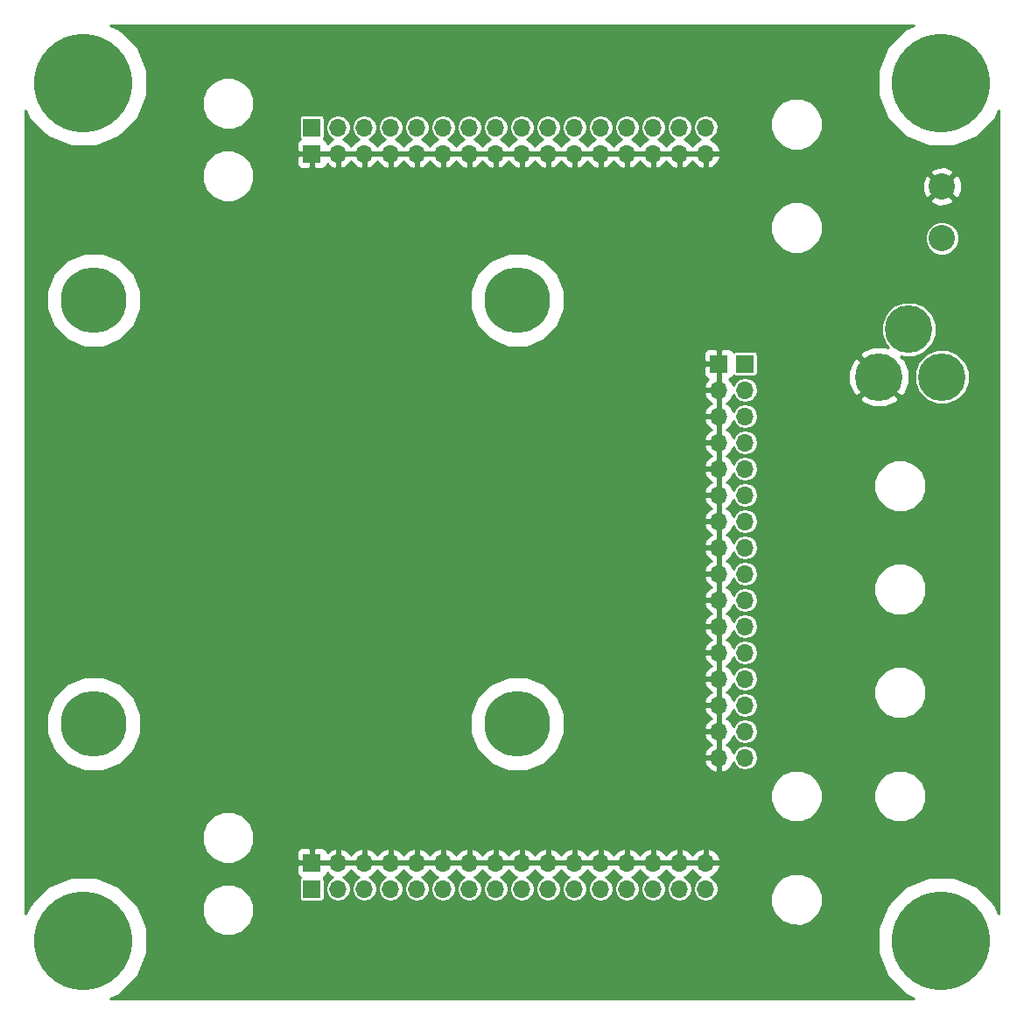
<source format=gbr>
G04 #@! TF.FileFunction,Copper,L1,Top,Signal*
%FSLAX46Y46*%
G04 Gerber Fmt 4.6, Leading zero omitted, Abs format (unit mm)*
G04 Created by KiCad (PCBNEW 4.0.1-stable) date 2/4/2017 5:45:03 PM*
%MOMM*%
G01*
G04 APERTURE LIST*
%ADD10C,0.150000*%
%ADD11C,9.525000*%
%ADD12C,6.350000*%
%ADD13R,1.700000X1.700000*%
%ADD14O,1.700000X1.700000*%
%ADD15C,2.540000*%
%ADD16C,4.600000*%
%ADD17C,0.254000*%
G04 APERTURE END LIST*
D10*
D11*
X16000000Y-16000000D03*
X99000000Y-16000000D03*
X16000000Y-99000000D03*
X99000000Y-99000000D03*
D12*
X17000000Y-37000000D03*
X58000000Y-37000000D03*
X17000000Y-78000000D03*
X58000000Y-78000000D03*
D13*
X38100000Y-22860000D03*
D14*
X40640000Y-22860000D03*
X43180000Y-22860000D03*
X45720000Y-22860000D03*
X48260000Y-22860000D03*
X50800000Y-22860000D03*
X53340000Y-22860000D03*
X55880000Y-22860000D03*
X58420000Y-22860000D03*
X60960000Y-22860000D03*
X63500000Y-22860000D03*
X66040000Y-22860000D03*
X68580000Y-22860000D03*
X71120000Y-22860000D03*
X73660000Y-22860000D03*
X76200000Y-22860000D03*
D13*
X38100000Y-20320000D03*
D14*
X40640000Y-20320000D03*
X43180000Y-20320000D03*
X45720000Y-20320000D03*
X48260000Y-20320000D03*
X50800000Y-20320000D03*
X53340000Y-20320000D03*
X55880000Y-20320000D03*
X58420000Y-20320000D03*
X60960000Y-20320000D03*
X63500000Y-20320000D03*
X66040000Y-20320000D03*
X68580000Y-20320000D03*
X71120000Y-20320000D03*
X73660000Y-20320000D03*
X76200000Y-20320000D03*
D13*
X38100000Y-91440000D03*
D14*
X40640000Y-91440000D03*
X43180000Y-91440000D03*
X45720000Y-91440000D03*
X48260000Y-91440000D03*
X50800000Y-91440000D03*
X53340000Y-91440000D03*
X55880000Y-91440000D03*
X58420000Y-91440000D03*
X60960000Y-91440000D03*
X63500000Y-91440000D03*
X66040000Y-91440000D03*
X68580000Y-91440000D03*
X71120000Y-91440000D03*
X73660000Y-91440000D03*
X76200000Y-91440000D03*
D13*
X38100000Y-93980000D03*
D14*
X40640000Y-93980000D03*
X43180000Y-93980000D03*
X45720000Y-93980000D03*
X48260000Y-93980000D03*
X50800000Y-93980000D03*
X53340000Y-93980000D03*
X55880000Y-93980000D03*
X58420000Y-93980000D03*
X60960000Y-93980000D03*
X63500000Y-93980000D03*
X66040000Y-93980000D03*
X68580000Y-93980000D03*
X71120000Y-93980000D03*
X73660000Y-93980000D03*
X76200000Y-93980000D03*
D13*
X77470000Y-43180000D03*
D14*
X77470000Y-45720000D03*
X77470000Y-48260000D03*
X77470000Y-50800000D03*
X77470000Y-53340000D03*
X77470000Y-55880000D03*
X77470000Y-58420000D03*
X77470000Y-60960000D03*
X77470000Y-63500000D03*
X77470000Y-66040000D03*
X77470000Y-68580000D03*
X77470000Y-71120000D03*
X77470000Y-73660000D03*
X77470000Y-76200000D03*
X77470000Y-78740000D03*
X77470000Y-81280000D03*
D13*
X80010000Y-43180000D03*
D14*
X80010000Y-45720000D03*
X80010000Y-48260000D03*
X80010000Y-50800000D03*
X80010000Y-53340000D03*
X80010000Y-55880000D03*
X80010000Y-58420000D03*
X80010000Y-60960000D03*
X80010000Y-63500000D03*
X80010000Y-66040000D03*
X80010000Y-68580000D03*
X80010000Y-71120000D03*
X80010000Y-73660000D03*
X80010000Y-76200000D03*
X80010000Y-78740000D03*
X80010000Y-81280000D03*
D15*
X99060000Y-26035000D03*
X99060000Y-31035000D03*
D16*
X99060000Y-44450000D03*
X92960000Y-44450000D03*
X95860000Y-39850000D03*
D17*
G36*
X95515482Y-10775185D02*
X93781275Y-12506368D01*
X92841571Y-14769425D01*
X92839433Y-17219825D01*
X93775185Y-19484518D01*
X95506368Y-21218725D01*
X97769425Y-22158429D01*
X100219825Y-22160567D01*
X102484518Y-21224815D01*
X104218725Y-19493632D01*
X104569000Y-18650077D01*
X104569000Y-96348473D01*
X104224815Y-95515482D01*
X102493632Y-93781275D01*
X100230575Y-92841571D01*
X97780175Y-92839433D01*
X95515482Y-93775185D01*
X93781275Y-95506368D01*
X92841571Y-97769425D01*
X92839433Y-100219825D01*
X93775185Y-102484518D01*
X95506368Y-104218725D01*
X96349923Y-104569000D01*
X18651527Y-104569000D01*
X19484518Y-104224815D01*
X21218725Y-102493632D01*
X22158429Y-100230575D01*
X22160567Y-97780175D01*
X21632122Y-96501238D01*
X27468562Y-96501238D01*
X27853072Y-97431823D01*
X28564432Y-98144426D01*
X29494344Y-98530559D01*
X30501238Y-98531438D01*
X31431823Y-98146928D01*
X32144426Y-97435568D01*
X32530559Y-96505656D01*
X32531435Y-95501238D01*
X82468562Y-95501238D01*
X82853072Y-96431823D01*
X83564432Y-97144426D01*
X84494344Y-97530559D01*
X85501238Y-97531438D01*
X86431823Y-97146928D01*
X87144426Y-96435568D01*
X87530559Y-95505656D01*
X87531438Y-94498762D01*
X87146928Y-93568177D01*
X86435568Y-92855574D01*
X85505656Y-92469441D01*
X84498762Y-92468562D01*
X83568177Y-92853072D01*
X82855574Y-93564432D01*
X82469441Y-94494344D01*
X82468562Y-95501238D01*
X32531435Y-95501238D01*
X32531438Y-95498762D01*
X32146928Y-94568177D01*
X31435568Y-93855574D01*
X30505656Y-93469441D01*
X29498762Y-93468562D01*
X28568177Y-93853072D01*
X27855574Y-94564432D01*
X27469441Y-95494344D01*
X27468562Y-96501238D01*
X21632122Y-96501238D01*
X21224815Y-95515482D01*
X19493632Y-93781275D01*
X17230575Y-92841571D01*
X14780175Y-92839433D01*
X12515482Y-93775185D01*
X10781275Y-95506368D01*
X10431000Y-96349923D01*
X10431000Y-91725750D01*
X36615000Y-91725750D01*
X36615000Y-92416309D01*
X36711673Y-92649698D01*
X36890301Y-92828327D01*
X36971904Y-92862128D01*
X36892141Y-92978866D01*
X36861536Y-93130000D01*
X36861536Y-94830000D01*
X36888103Y-94971190D01*
X36971546Y-95100865D01*
X37098866Y-95187859D01*
X37250000Y-95218464D01*
X38950000Y-95218464D01*
X39091190Y-95191897D01*
X39220865Y-95108454D01*
X39307859Y-94981134D01*
X39338464Y-94830000D01*
X39338464Y-93130000D01*
X39311897Y-92988810D01*
X39229899Y-92861381D01*
X39309699Y-92828327D01*
X39488327Y-92649698D01*
X39575136Y-92440122D01*
X39873076Y-92711645D01*
X40154512Y-92828212D01*
X39769552Y-93085435D01*
X39502704Y-93484800D01*
X39409000Y-93955883D01*
X39409000Y-94004117D01*
X39502704Y-94475200D01*
X39769552Y-94874565D01*
X40168917Y-95141413D01*
X40640000Y-95235117D01*
X41111083Y-95141413D01*
X41510448Y-94874565D01*
X41777296Y-94475200D01*
X41871000Y-94004117D01*
X41871000Y-93955883D01*
X41777296Y-93484800D01*
X41510448Y-93085435D01*
X41125488Y-92828212D01*
X41406924Y-92711645D01*
X41835183Y-92321358D01*
X41910000Y-92162046D01*
X41984817Y-92321358D01*
X42413076Y-92711645D01*
X42694512Y-92828212D01*
X42309552Y-93085435D01*
X42042704Y-93484800D01*
X41949000Y-93955883D01*
X41949000Y-94004117D01*
X42042704Y-94475200D01*
X42309552Y-94874565D01*
X42708917Y-95141413D01*
X43180000Y-95235117D01*
X43651083Y-95141413D01*
X44050448Y-94874565D01*
X44317296Y-94475200D01*
X44411000Y-94004117D01*
X44411000Y-93955883D01*
X44317296Y-93484800D01*
X44050448Y-93085435D01*
X43665488Y-92828212D01*
X43946924Y-92711645D01*
X44375183Y-92321358D01*
X44450000Y-92162046D01*
X44524817Y-92321358D01*
X44953076Y-92711645D01*
X45234512Y-92828212D01*
X44849552Y-93085435D01*
X44582704Y-93484800D01*
X44489000Y-93955883D01*
X44489000Y-94004117D01*
X44582704Y-94475200D01*
X44849552Y-94874565D01*
X45248917Y-95141413D01*
X45720000Y-95235117D01*
X46191083Y-95141413D01*
X46590448Y-94874565D01*
X46857296Y-94475200D01*
X46951000Y-94004117D01*
X46951000Y-93955883D01*
X46857296Y-93484800D01*
X46590448Y-93085435D01*
X46205488Y-92828212D01*
X46486924Y-92711645D01*
X46915183Y-92321358D01*
X46990000Y-92162046D01*
X47064817Y-92321358D01*
X47493076Y-92711645D01*
X47774512Y-92828212D01*
X47389552Y-93085435D01*
X47122704Y-93484800D01*
X47029000Y-93955883D01*
X47029000Y-94004117D01*
X47122704Y-94475200D01*
X47389552Y-94874565D01*
X47788917Y-95141413D01*
X48260000Y-95235117D01*
X48731083Y-95141413D01*
X49130448Y-94874565D01*
X49397296Y-94475200D01*
X49491000Y-94004117D01*
X49491000Y-93955883D01*
X49397296Y-93484800D01*
X49130448Y-93085435D01*
X48745488Y-92828212D01*
X49026924Y-92711645D01*
X49455183Y-92321358D01*
X49530000Y-92162046D01*
X49604817Y-92321358D01*
X50033076Y-92711645D01*
X50314512Y-92828212D01*
X49929552Y-93085435D01*
X49662704Y-93484800D01*
X49569000Y-93955883D01*
X49569000Y-94004117D01*
X49662704Y-94475200D01*
X49929552Y-94874565D01*
X50328917Y-95141413D01*
X50800000Y-95235117D01*
X51271083Y-95141413D01*
X51670448Y-94874565D01*
X51937296Y-94475200D01*
X52031000Y-94004117D01*
X52031000Y-93955883D01*
X51937296Y-93484800D01*
X51670448Y-93085435D01*
X51285488Y-92828212D01*
X51566924Y-92711645D01*
X51995183Y-92321358D01*
X52070000Y-92162046D01*
X52144817Y-92321358D01*
X52573076Y-92711645D01*
X52854512Y-92828212D01*
X52469552Y-93085435D01*
X52202704Y-93484800D01*
X52109000Y-93955883D01*
X52109000Y-94004117D01*
X52202704Y-94475200D01*
X52469552Y-94874565D01*
X52868917Y-95141413D01*
X53340000Y-95235117D01*
X53811083Y-95141413D01*
X54210448Y-94874565D01*
X54477296Y-94475200D01*
X54571000Y-94004117D01*
X54571000Y-93955883D01*
X54477296Y-93484800D01*
X54210448Y-93085435D01*
X53825488Y-92828212D01*
X54106924Y-92711645D01*
X54535183Y-92321358D01*
X54610000Y-92162046D01*
X54684817Y-92321358D01*
X55113076Y-92711645D01*
X55394512Y-92828212D01*
X55009552Y-93085435D01*
X54742704Y-93484800D01*
X54649000Y-93955883D01*
X54649000Y-94004117D01*
X54742704Y-94475200D01*
X55009552Y-94874565D01*
X55408917Y-95141413D01*
X55880000Y-95235117D01*
X56351083Y-95141413D01*
X56750448Y-94874565D01*
X57017296Y-94475200D01*
X57111000Y-94004117D01*
X57111000Y-93955883D01*
X57017296Y-93484800D01*
X56750448Y-93085435D01*
X56365488Y-92828212D01*
X56646924Y-92711645D01*
X57075183Y-92321358D01*
X57150000Y-92162046D01*
X57224817Y-92321358D01*
X57653076Y-92711645D01*
X57934512Y-92828212D01*
X57549552Y-93085435D01*
X57282704Y-93484800D01*
X57189000Y-93955883D01*
X57189000Y-94004117D01*
X57282704Y-94475200D01*
X57549552Y-94874565D01*
X57948917Y-95141413D01*
X58420000Y-95235117D01*
X58891083Y-95141413D01*
X59290448Y-94874565D01*
X59557296Y-94475200D01*
X59651000Y-94004117D01*
X59651000Y-93955883D01*
X59557296Y-93484800D01*
X59290448Y-93085435D01*
X58905488Y-92828212D01*
X59186924Y-92711645D01*
X59615183Y-92321358D01*
X59690000Y-92162046D01*
X59764817Y-92321358D01*
X60193076Y-92711645D01*
X60474512Y-92828212D01*
X60089552Y-93085435D01*
X59822704Y-93484800D01*
X59729000Y-93955883D01*
X59729000Y-94004117D01*
X59822704Y-94475200D01*
X60089552Y-94874565D01*
X60488917Y-95141413D01*
X60960000Y-95235117D01*
X61431083Y-95141413D01*
X61830448Y-94874565D01*
X62097296Y-94475200D01*
X62191000Y-94004117D01*
X62191000Y-93955883D01*
X62097296Y-93484800D01*
X61830448Y-93085435D01*
X61445488Y-92828212D01*
X61726924Y-92711645D01*
X62155183Y-92321358D01*
X62230000Y-92162046D01*
X62304817Y-92321358D01*
X62733076Y-92711645D01*
X63014512Y-92828212D01*
X62629552Y-93085435D01*
X62362704Y-93484800D01*
X62269000Y-93955883D01*
X62269000Y-94004117D01*
X62362704Y-94475200D01*
X62629552Y-94874565D01*
X63028917Y-95141413D01*
X63500000Y-95235117D01*
X63971083Y-95141413D01*
X64370448Y-94874565D01*
X64637296Y-94475200D01*
X64731000Y-94004117D01*
X64731000Y-93955883D01*
X64637296Y-93484800D01*
X64370448Y-93085435D01*
X63985488Y-92828212D01*
X64266924Y-92711645D01*
X64695183Y-92321358D01*
X64770000Y-92162046D01*
X64844817Y-92321358D01*
X65273076Y-92711645D01*
X65554512Y-92828212D01*
X65169552Y-93085435D01*
X64902704Y-93484800D01*
X64809000Y-93955883D01*
X64809000Y-94004117D01*
X64902704Y-94475200D01*
X65169552Y-94874565D01*
X65568917Y-95141413D01*
X66040000Y-95235117D01*
X66511083Y-95141413D01*
X66910448Y-94874565D01*
X67177296Y-94475200D01*
X67271000Y-94004117D01*
X67271000Y-93955883D01*
X67177296Y-93484800D01*
X66910448Y-93085435D01*
X66525488Y-92828212D01*
X66806924Y-92711645D01*
X67235183Y-92321358D01*
X67310000Y-92162046D01*
X67384817Y-92321358D01*
X67813076Y-92711645D01*
X68094512Y-92828212D01*
X67709552Y-93085435D01*
X67442704Y-93484800D01*
X67349000Y-93955883D01*
X67349000Y-94004117D01*
X67442704Y-94475200D01*
X67709552Y-94874565D01*
X68108917Y-95141413D01*
X68580000Y-95235117D01*
X69051083Y-95141413D01*
X69450448Y-94874565D01*
X69717296Y-94475200D01*
X69811000Y-94004117D01*
X69811000Y-93955883D01*
X69717296Y-93484800D01*
X69450448Y-93085435D01*
X69065488Y-92828212D01*
X69346924Y-92711645D01*
X69775183Y-92321358D01*
X69850000Y-92162046D01*
X69924817Y-92321358D01*
X70353076Y-92711645D01*
X70634512Y-92828212D01*
X70249552Y-93085435D01*
X69982704Y-93484800D01*
X69889000Y-93955883D01*
X69889000Y-94004117D01*
X69982704Y-94475200D01*
X70249552Y-94874565D01*
X70648917Y-95141413D01*
X71120000Y-95235117D01*
X71591083Y-95141413D01*
X71990448Y-94874565D01*
X72257296Y-94475200D01*
X72351000Y-94004117D01*
X72351000Y-93955883D01*
X72257296Y-93484800D01*
X71990448Y-93085435D01*
X71605488Y-92828212D01*
X71886924Y-92711645D01*
X72315183Y-92321358D01*
X72390000Y-92162046D01*
X72464817Y-92321358D01*
X72893076Y-92711645D01*
X73174512Y-92828212D01*
X72789552Y-93085435D01*
X72522704Y-93484800D01*
X72429000Y-93955883D01*
X72429000Y-94004117D01*
X72522704Y-94475200D01*
X72789552Y-94874565D01*
X73188917Y-95141413D01*
X73660000Y-95235117D01*
X74131083Y-95141413D01*
X74530448Y-94874565D01*
X74797296Y-94475200D01*
X74891000Y-94004117D01*
X74891000Y-93955883D01*
X74797296Y-93484800D01*
X74530448Y-93085435D01*
X74145488Y-92828212D01*
X74426924Y-92711645D01*
X74855183Y-92321358D01*
X74930000Y-92162046D01*
X75004817Y-92321358D01*
X75433076Y-92711645D01*
X75714512Y-92828212D01*
X75329552Y-93085435D01*
X75062704Y-93484800D01*
X74969000Y-93955883D01*
X74969000Y-94004117D01*
X75062704Y-94475200D01*
X75329552Y-94874565D01*
X75728917Y-95141413D01*
X76200000Y-95235117D01*
X76671083Y-95141413D01*
X77070448Y-94874565D01*
X77337296Y-94475200D01*
X77431000Y-94004117D01*
X77431000Y-93955883D01*
X77337296Y-93484800D01*
X77070448Y-93085435D01*
X76685488Y-92828212D01*
X76966924Y-92711645D01*
X77395183Y-92321358D01*
X77641486Y-91796892D01*
X77520819Y-91567000D01*
X76327000Y-91567000D01*
X76327000Y-91587000D01*
X76073000Y-91587000D01*
X76073000Y-91567000D01*
X73787000Y-91567000D01*
X73787000Y-91587000D01*
X73533000Y-91587000D01*
X73533000Y-91567000D01*
X71247000Y-91567000D01*
X71247000Y-91587000D01*
X70993000Y-91587000D01*
X70993000Y-91567000D01*
X68707000Y-91567000D01*
X68707000Y-91587000D01*
X68453000Y-91587000D01*
X68453000Y-91567000D01*
X66167000Y-91567000D01*
X66167000Y-91587000D01*
X65913000Y-91587000D01*
X65913000Y-91567000D01*
X63627000Y-91567000D01*
X63627000Y-91587000D01*
X63373000Y-91587000D01*
X63373000Y-91567000D01*
X61087000Y-91567000D01*
X61087000Y-91587000D01*
X60833000Y-91587000D01*
X60833000Y-91567000D01*
X58547000Y-91567000D01*
X58547000Y-91587000D01*
X58293000Y-91587000D01*
X58293000Y-91567000D01*
X56007000Y-91567000D01*
X56007000Y-91587000D01*
X55753000Y-91587000D01*
X55753000Y-91567000D01*
X53467000Y-91567000D01*
X53467000Y-91587000D01*
X53213000Y-91587000D01*
X53213000Y-91567000D01*
X50927000Y-91567000D01*
X50927000Y-91587000D01*
X50673000Y-91587000D01*
X50673000Y-91567000D01*
X48387000Y-91567000D01*
X48387000Y-91587000D01*
X48133000Y-91587000D01*
X48133000Y-91567000D01*
X45847000Y-91567000D01*
X45847000Y-91587000D01*
X45593000Y-91587000D01*
X45593000Y-91567000D01*
X43307000Y-91567000D01*
X43307000Y-91587000D01*
X43053000Y-91587000D01*
X43053000Y-91567000D01*
X40767000Y-91567000D01*
X40767000Y-91587000D01*
X40513000Y-91587000D01*
X40513000Y-91567000D01*
X38227000Y-91567000D01*
X38227000Y-91587000D01*
X37973000Y-91587000D01*
X37973000Y-91567000D01*
X36773750Y-91567000D01*
X36615000Y-91725750D01*
X10431000Y-91725750D01*
X10431000Y-89501238D01*
X27468562Y-89501238D01*
X27853072Y-90431823D01*
X28564432Y-91144426D01*
X29494344Y-91530559D01*
X30501238Y-91531438D01*
X31431823Y-91146928D01*
X32116253Y-90463691D01*
X36615000Y-90463691D01*
X36615000Y-91154250D01*
X36773750Y-91313000D01*
X37973000Y-91313000D01*
X37973000Y-90113750D01*
X38227000Y-90113750D01*
X38227000Y-91313000D01*
X40513000Y-91313000D01*
X40513000Y-90119845D01*
X40767000Y-90119845D01*
X40767000Y-91313000D01*
X43053000Y-91313000D01*
X43053000Y-90119845D01*
X43307000Y-90119845D01*
X43307000Y-91313000D01*
X45593000Y-91313000D01*
X45593000Y-90119845D01*
X45847000Y-90119845D01*
X45847000Y-91313000D01*
X48133000Y-91313000D01*
X48133000Y-90119845D01*
X48387000Y-90119845D01*
X48387000Y-91313000D01*
X50673000Y-91313000D01*
X50673000Y-90119845D01*
X50927000Y-90119845D01*
X50927000Y-91313000D01*
X53213000Y-91313000D01*
X53213000Y-90119845D01*
X53467000Y-90119845D01*
X53467000Y-91313000D01*
X55753000Y-91313000D01*
X55753000Y-90119845D01*
X56007000Y-90119845D01*
X56007000Y-91313000D01*
X58293000Y-91313000D01*
X58293000Y-90119845D01*
X58547000Y-90119845D01*
X58547000Y-91313000D01*
X60833000Y-91313000D01*
X60833000Y-90119845D01*
X61087000Y-90119845D01*
X61087000Y-91313000D01*
X63373000Y-91313000D01*
X63373000Y-90119845D01*
X63627000Y-90119845D01*
X63627000Y-91313000D01*
X65913000Y-91313000D01*
X65913000Y-90119845D01*
X66167000Y-90119845D01*
X66167000Y-91313000D01*
X68453000Y-91313000D01*
X68453000Y-90119845D01*
X68707000Y-90119845D01*
X68707000Y-91313000D01*
X70993000Y-91313000D01*
X70993000Y-90119845D01*
X71247000Y-90119845D01*
X71247000Y-91313000D01*
X73533000Y-91313000D01*
X73533000Y-90119845D01*
X73787000Y-90119845D01*
X73787000Y-91313000D01*
X76073000Y-91313000D01*
X76073000Y-90119845D01*
X76327000Y-90119845D01*
X76327000Y-91313000D01*
X77520819Y-91313000D01*
X77641486Y-91083108D01*
X77395183Y-90558642D01*
X76966924Y-90168355D01*
X76556890Y-89998524D01*
X76327000Y-90119845D01*
X76073000Y-90119845D01*
X75843110Y-89998524D01*
X75433076Y-90168355D01*
X75004817Y-90558642D01*
X74930000Y-90717954D01*
X74855183Y-90558642D01*
X74426924Y-90168355D01*
X74016890Y-89998524D01*
X73787000Y-90119845D01*
X73533000Y-90119845D01*
X73303110Y-89998524D01*
X72893076Y-90168355D01*
X72464817Y-90558642D01*
X72390000Y-90717954D01*
X72315183Y-90558642D01*
X71886924Y-90168355D01*
X71476890Y-89998524D01*
X71247000Y-90119845D01*
X70993000Y-90119845D01*
X70763110Y-89998524D01*
X70353076Y-90168355D01*
X69924817Y-90558642D01*
X69850000Y-90717954D01*
X69775183Y-90558642D01*
X69346924Y-90168355D01*
X68936890Y-89998524D01*
X68707000Y-90119845D01*
X68453000Y-90119845D01*
X68223110Y-89998524D01*
X67813076Y-90168355D01*
X67384817Y-90558642D01*
X67310000Y-90717954D01*
X67235183Y-90558642D01*
X66806924Y-90168355D01*
X66396890Y-89998524D01*
X66167000Y-90119845D01*
X65913000Y-90119845D01*
X65683110Y-89998524D01*
X65273076Y-90168355D01*
X64844817Y-90558642D01*
X64770000Y-90717954D01*
X64695183Y-90558642D01*
X64266924Y-90168355D01*
X63856890Y-89998524D01*
X63627000Y-90119845D01*
X63373000Y-90119845D01*
X63143110Y-89998524D01*
X62733076Y-90168355D01*
X62304817Y-90558642D01*
X62230000Y-90717954D01*
X62155183Y-90558642D01*
X61726924Y-90168355D01*
X61316890Y-89998524D01*
X61087000Y-90119845D01*
X60833000Y-90119845D01*
X60603110Y-89998524D01*
X60193076Y-90168355D01*
X59764817Y-90558642D01*
X59690000Y-90717954D01*
X59615183Y-90558642D01*
X59186924Y-90168355D01*
X58776890Y-89998524D01*
X58547000Y-90119845D01*
X58293000Y-90119845D01*
X58063110Y-89998524D01*
X57653076Y-90168355D01*
X57224817Y-90558642D01*
X57150000Y-90717954D01*
X57075183Y-90558642D01*
X56646924Y-90168355D01*
X56236890Y-89998524D01*
X56007000Y-90119845D01*
X55753000Y-90119845D01*
X55523110Y-89998524D01*
X55113076Y-90168355D01*
X54684817Y-90558642D01*
X54610000Y-90717954D01*
X54535183Y-90558642D01*
X54106924Y-90168355D01*
X53696890Y-89998524D01*
X53467000Y-90119845D01*
X53213000Y-90119845D01*
X52983110Y-89998524D01*
X52573076Y-90168355D01*
X52144817Y-90558642D01*
X52070000Y-90717954D01*
X51995183Y-90558642D01*
X51566924Y-90168355D01*
X51156890Y-89998524D01*
X50927000Y-90119845D01*
X50673000Y-90119845D01*
X50443110Y-89998524D01*
X50033076Y-90168355D01*
X49604817Y-90558642D01*
X49530000Y-90717954D01*
X49455183Y-90558642D01*
X49026924Y-90168355D01*
X48616890Y-89998524D01*
X48387000Y-90119845D01*
X48133000Y-90119845D01*
X47903110Y-89998524D01*
X47493076Y-90168355D01*
X47064817Y-90558642D01*
X46990000Y-90717954D01*
X46915183Y-90558642D01*
X46486924Y-90168355D01*
X46076890Y-89998524D01*
X45847000Y-90119845D01*
X45593000Y-90119845D01*
X45363110Y-89998524D01*
X44953076Y-90168355D01*
X44524817Y-90558642D01*
X44450000Y-90717954D01*
X44375183Y-90558642D01*
X43946924Y-90168355D01*
X43536890Y-89998524D01*
X43307000Y-90119845D01*
X43053000Y-90119845D01*
X42823110Y-89998524D01*
X42413076Y-90168355D01*
X41984817Y-90558642D01*
X41910000Y-90717954D01*
X41835183Y-90558642D01*
X41406924Y-90168355D01*
X40996890Y-89998524D01*
X40767000Y-90119845D01*
X40513000Y-90119845D01*
X40283110Y-89998524D01*
X39873076Y-90168355D01*
X39575136Y-90439878D01*
X39488327Y-90230302D01*
X39309699Y-90051673D01*
X39076310Y-89955000D01*
X38385750Y-89955000D01*
X38227000Y-90113750D01*
X37973000Y-90113750D01*
X37814250Y-89955000D01*
X37123690Y-89955000D01*
X36890301Y-90051673D01*
X36711673Y-90230302D01*
X36615000Y-90463691D01*
X32116253Y-90463691D01*
X32144426Y-90435568D01*
X32530559Y-89505656D01*
X32531438Y-88498762D01*
X32146928Y-87568177D01*
X31435568Y-86855574D01*
X30505656Y-86469441D01*
X29498762Y-86468562D01*
X28568177Y-86853072D01*
X27855574Y-87564432D01*
X27469441Y-88494344D01*
X27468562Y-89501238D01*
X10431000Y-89501238D01*
X10431000Y-85501238D01*
X82468562Y-85501238D01*
X82853072Y-86431823D01*
X83564432Y-87144426D01*
X84494344Y-87530559D01*
X85501238Y-87531438D01*
X86431823Y-87146928D01*
X87144426Y-86435568D01*
X87530559Y-85505656D01*
X87530562Y-85501238D01*
X92468562Y-85501238D01*
X92853072Y-86431823D01*
X93564432Y-87144426D01*
X94494344Y-87530559D01*
X95501238Y-87531438D01*
X96431823Y-87146928D01*
X97144426Y-86435568D01*
X97530559Y-85505656D01*
X97531438Y-84498762D01*
X97146928Y-83568177D01*
X96435568Y-82855574D01*
X95505656Y-82469441D01*
X94498762Y-82468562D01*
X93568177Y-82853072D01*
X92855574Y-83564432D01*
X92469441Y-84494344D01*
X92468562Y-85501238D01*
X87530562Y-85501238D01*
X87531438Y-84498762D01*
X87146928Y-83568177D01*
X86435568Y-82855574D01*
X85505656Y-82469441D01*
X84498762Y-82468562D01*
X83568177Y-82853072D01*
X82855574Y-83564432D01*
X82469441Y-84494344D01*
X82468562Y-85501238D01*
X10431000Y-85501238D01*
X10431000Y-78905437D01*
X12427208Y-78905437D01*
X13121787Y-80586447D01*
X14406788Y-81873693D01*
X16086583Y-82571205D01*
X17905437Y-82572792D01*
X19586447Y-81878213D01*
X20873693Y-80593212D01*
X21571205Y-78913417D01*
X21571211Y-78905437D01*
X53427208Y-78905437D01*
X54121787Y-80586447D01*
X55406788Y-81873693D01*
X57086583Y-82571205D01*
X58905437Y-82572792D01*
X60586447Y-81878213D01*
X60828191Y-81636890D01*
X76028524Y-81636890D01*
X76198355Y-82046924D01*
X76588642Y-82475183D01*
X77113108Y-82721486D01*
X77343000Y-82600819D01*
X77343000Y-81407000D01*
X76149845Y-81407000D01*
X76028524Y-81636890D01*
X60828191Y-81636890D01*
X61873693Y-80593212D01*
X62495020Y-79096890D01*
X76028524Y-79096890D01*
X76198355Y-79506924D01*
X76588642Y-79935183D01*
X76747954Y-80010000D01*
X76588642Y-80084817D01*
X76198355Y-80513076D01*
X76028524Y-80923110D01*
X76149845Y-81153000D01*
X77343000Y-81153000D01*
X77343000Y-78867000D01*
X76149845Y-78867000D01*
X76028524Y-79096890D01*
X62495020Y-79096890D01*
X62571205Y-78913417D01*
X62572792Y-77094563D01*
X62350631Y-76556890D01*
X76028524Y-76556890D01*
X76198355Y-76966924D01*
X76588642Y-77395183D01*
X76747954Y-77470000D01*
X76588642Y-77544817D01*
X76198355Y-77973076D01*
X76028524Y-78383110D01*
X76149845Y-78613000D01*
X77343000Y-78613000D01*
X77343000Y-76327000D01*
X76149845Y-76327000D01*
X76028524Y-76556890D01*
X62350631Y-76556890D01*
X61878213Y-75413553D01*
X60593212Y-74126307D01*
X60329707Y-74016890D01*
X76028524Y-74016890D01*
X76198355Y-74426924D01*
X76588642Y-74855183D01*
X76747954Y-74930000D01*
X76588642Y-75004817D01*
X76198355Y-75433076D01*
X76028524Y-75843110D01*
X76149845Y-76073000D01*
X77343000Y-76073000D01*
X77343000Y-73787000D01*
X76149845Y-73787000D01*
X76028524Y-74016890D01*
X60329707Y-74016890D01*
X58913417Y-73428795D01*
X57094563Y-73427208D01*
X55413553Y-74121787D01*
X54126307Y-75406788D01*
X53428795Y-77086583D01*
X53427208Y-78905437D01*
X21571211Y-78905437D01*
X21572792Y-77094563D01*
X20878213Y-75413553D01*
X19593212Y-74126307D01*
X17913417Y-73428795D01*
X16094563Y-73427208D01*
X14413553Y-74121787D01*
X13126307Y-75406788D01*
X12428795Y-77086583D01*
X12427208Y-78905437D01*
X10431000Y-78905437D01*
X10431000Y-71476890D01*
X76028524Y-71476890D01*
X76198355Y-71886924D01*
X76588642Y-72315183D01*
X76747954Y-72390000D01*
X76588642Y-72464817D01*
X76198355Y-72893076D01*
X76028524Y-73303110D01*
X76149845Y-73533000D01*
X77343000Y-73533000D01*
X77343000Y-71247000D01*
X76149845Y-71247000D01*
X76028524Y-71476890D01*
X10431000Y-71476890D01*
X10431000Y-68936890D01*
X76028524Y-68936890D01*
X76198355Y-69346924D01*
X76588642Y-69775183D01*
X76747954Y-69850000D01*
X76588642Y-69924817D01*
X76198355Y-70353076D01*
X76028524Y-70763110D01*
X76149845Y-70993000D01*
X77343000Y-70993000D01*
X77343000Y-68707000D01*
X76149845Y-68707000D01*
X76028524Y-68936890D01*
X10431000Y-68936890D01*
X10431000Y-66396890D01*
X76028524Y-66396890D01*
X76198355Y-66806924D01*
X76588642Y-67235183D01*
X76747954Y-67310000D01*
X76588642Y-67384817D01*
X76198355Y-67813076D01*
X76028524Y-68223110D01*
X76149845Y-68453000D01*
X77343000Y-68453000D01*
X77343000Y-66167000D01*
X76149845Y-66167000D01*
X76028524Y-66396890D01*
X10431000Y-66396890D01*
X10431000Y-63856890D01*
X76028524Y-63856890D01*
X76198355Y-64266924D01*
X76588642Y-64695183D01*
X76747954Y-64770000D01*
X76588642Y-64844817D01*
X76198355Y-65273076D01*
X76028524Y-65683110D01*
X76149845Y-65913000D01*
X77343000Y-65913000D01*
X77343000Y-63627000D01*
X76149845Y-63627000D01*
X76028524Y-63856890D01*
X10431000Y-63856890D01*
X10431000Y-61316890D01*
X76028524Y-61316890D01*
X76198355Y-61726924D01*
X76588642Y-62155183D01*
X76747954Y-62230000D01*
X76588642Y-62304817D01*
X76198355Y-62733076D01*
X76028524Y-63143110D01*
X76149845Y-63373000D01*
X77343000Y-63373000D01*
X77343000Y-61087000D01*
X76149845Y-61087000D01*
X76028524Y-61316890D01*
X10431000Y-61316890D01*
X10431000Y-58776890D01*
X76028524Y-58776890D01*
X76198355Y-59186924D01*
X76588642Y-59615183D01*
X76747954Y-59690000D01*
X76588642Y-59764817D01*
X76198355Y-60193076D01*
X76028524Y-60603110D01*
X76149845Y-60833000D01*
X77343000Y-60833000D01*
X77343000Y-58547000D01*
X76149845Y-58547000D01*
X76028524Y-58776890D01*
X10431000Y-58776890D01*
X10431000Y-56236890D01*
X76028524Y-56236890D01*
X76198355Y-56646924D01*
X76588642Y-57075183D01*
X76747954Y-57150000D01*
X76588642Y-57224817D01*
X76198355Y-57653076D01*
X76028524Y-58063110D01*
X76149845Y-58293000D01*
X77343000Y-58293000D01*
X77343000Y-56007000D01*
X76149845Y-56007000D01*
X76028524Y-56236890D01*
X10431000Y-56236890D01*
X10431000Y-53696890D01*
X76028524Y-53696890D01*
X76198355Y-54106924D01*
X76588642Y-54535183D01*
X76747954Y-54610000D01*
X76588642Y-54684817D01*
X76198355Y-55113076D01*
X76028524Y-55523110D01*
X76149845Y-55753000D01*
X77343000Y-55753000D01*
X77343000Y-53467000D01*
X76149845Y-53467000D01*
X76028524Y-53696890D01*
X10431000Y-53696890D01*
X10431000Y-51156890D01*
X76028524Y-51156890D01*
X76198355Y-51566924D01*
X76588642Y-51995183D01*
X76747954Y-52070000D01*
X76588642Y-52144817D01*
X76198355Y-52573076D01*
X76028524Y-52983110D01*
X76149845Y-53213000D01*
X77343000Y-53213000D01*
X77343000Y-50927000D01*
X76149845Y-50927000D01*
X76028524Y-51156890D01*
X10431000Y-51156890D01*
X10431000Y-48616890D01*
X76028524Y-48616890D01*
X76198355Y-49026924D01*
X76588642Y-49455183D01*
X76747954Y-49530000D01*
X76588642Y-49604817D01*
X76198355Y-50033076D01*
X76028524Y-50443110D01*
X76149845Y-50673000D01*
X77343000Y-50673000D01*
X77343000Y-48387000D01*
X76149845Y-48387000D01*
X76028524Y-48616890D01*
X10431000Y-48616890D01*
X10431000Y-46076890D01*
X76028524Y-46076890D01*
X76198355Y-46486924D01*
X76588642Y-46915183D01*
X76747954Y-46990000D01*
X76588642Y-47064817D01*
X76198355Y-47493076D01*
X76028524Y-47903110D01*
X76149845Y-48133000D01*
X77343000Y-48133000D01*
X77343000Y-45847000D01*
X76149845Y-45847000D01*
X76028524Y-46076890D01*
X10431000Y-46076890D01*
X10431000Y-43465750D01*
X75985000Y-43465750D01*
X75985000Y-44156310D01*
X76081673Y-44389699D01*
X76260302Y-44568327D01*
X76469878Y-44655136D01*
X76198355Y-44953076D01*
X76028524Y-45363110D01*
X76149845Y-45593000D01*
X77343000Y-45593000D01*
X77343000Y-43307000D01*
X76143750Y-43307000D01*
X75985000Y-43465750D01*
X10431000Y-43465750D01*
X10431000Y-42203690D01*
X75985000Y-42203690D01*
X75985000Y-42894250D01*
X76143750Y-43053000D01*
X77343000Y-43053000D01*
X77343000Y-41853750D01*
X77597000Y-41853750D01*
X77597000Y-43053000D01*
X77617000Y-43053000D01*
X77617000Y-43307000D01*
X77597000Y-43307000D01*
X77597000Y-45593000D01*
X77617000Y-45593000D01*
X77617000Y-45847000D01*
X77597000Y-45847000D01*
X77597000Y-48133000D01*
X77617000Y-48133000D01*
X77617000Y-48387000D01*
X77597000Y-48387000D01*
X77597000Y-50673000D01*
X77617000Y-50673000D01*
X77617000Y-50927000D01*
X77597000Y-50927000D01*
X77597000Y-53213000D01*
X77617000Y-53213000D01*
X77617000Y-53467000D01*
X77597000Y-53467000D01*
X77597000Y-55753000D01*
X77617000Y-55753000D01*
X77617000Y-56007000D01*
X77597000Y-56007000D01*
X77597000Y-58293000D01*
X77617000Y-58293000D01*
X77617000Y-58547000D01*
X77597000Y-58547000D01*
X77597000Y-60833000D01*
X77617000Y-60833000D01*
X77617000Y-61087000D01*
X77597000Y-61087000D01*
X77597000Y-63373000D01*
X77617000Y-63373000D01*
X77617000Y-63627000D01*
X77597000Y-63627000D01*
X77597000Y-65913000D01*
X77617000Y-65913000D01*
X77617000Y-66167000D01*
X77597000Y-66167000D01*
X77597000Y-68453000D01*
X77617000Y-68453000D01*
X77617000Y-68707000D01*
X77597000Y-68707000D01*
X77597000Y-70993000D01*
X77617000Y-70993000D01*
X77617000Y-71247000D01*
X77597000Y-71247000D01*
X77597000Y-73533000D01*
X77617000Y-73533000D01*
X77617000Y-73787000D01*
X77597000Y-73787000D01*
X77597000Y-76073000D01*
X77617000Y-76073000D01*
X77617000Y-76327000D01*
X77597000Y-76327000D01*
X77597000Y-78613000D01*
X77617000Y-78613000D01*
X77617000Y-78867000D01*
X77597000Y-78867000D01*
X77597000Y-81153000D01*
X77617000Y-81153000D01*
X77617000Y-81407000D01*
X77597000Y-81407000D01*
X77597000Y-82600819D01*
X77826892Y-82721486D01*
X78351358Y-82475183D01*
X78741645Y-82046924D01*
X78858212Y-81765488D01*
X79115435Y-82150448D01*
X79514800Y-82417296D01*
X79985883Y-82511000D01*
X80034117Y-82511000D01*
X80505200Y-82417296D01*
X80904565Y-82150448D01*
X81171413Y-81751083D01*
X81265117Y-81280000D01*
X81171413Y-80808917D01*
X80904565Y-80409552D01*
X80505200Y-80142704D01*
X80034117Y-80049000D01*
X79985883Y-80049000D01*
X79514800Y-80142704D01*
X79115435Y-80409552D01*
X78858212Y-80794512D01*
X78741645Y-80513076D01*
X78351358Y-80084817D01*
X78192046Y-80010000D01*
X78351358Y-79935183D01*
X78741645Y-79506924D01*
X78858212Y-79225488D01*
X79115435Y-79610448D01*
X79514800Y-79877296D01*
X79985883Y-79971000D01*
X80034117Y-79971000D01*
X80505200Y-79877296D01*
X80904565Y-79610448D01*
X81171413Y-79211083D01*
X81265117Y-78740000D01*
X81171413Y-78268917D01*
X80904565Y-77869552D01*
X80505200Y-77602704D01*
X80034117Y-77509000D01*
X79985883Y-77509000D01*
X79514800Y-77602704D01*
X79115435Y-77869552D01*
X78858212Y-78254512D01*
X78741645Y-77973076D01*
X78351358Y-77544817D01*
X78192046Y-77470000D01*
X78351358Y-77395183D01*
X78741645Y-76966924D01*
X78858212Y-76685488D01*
X79115435Y-77070448D01*
X79514800Y-77337296D01*
X79985883Y-77431000D01*
X80034117Y-77431000D01*
X80505200Y-77337296D01*
X80904565Y-77070448D01*
X81171413Y-76671083D01*
X81265117Y-76200000D01*
X81171413Y-75728917D01*
X81019283Y-75501238D01*
X92468562Y-75501238D01*
X92853072Y-76431823D01*
X93564432Y-77144426D01*
X94494344Y-77530559D01*
X95501238Y-77531438D01*
X96431823Y-77146928D01*
X97144426Y-76435568D01*
X97530559Y-75505656D01*
X97531438Y-74498762D01*
X97146928Y-73568177D01*
X96435568Y-72855574D01*
X95505656Y-72469441D01*
X94498762Y-72468562D01*
X93568177Y-72853072D01*
X92855574Y-73564432D01*
X92469441Y-74494344D01*
X92468562Y-75501238D01*
X81019283Y-75501238D01*
X80904565Y-75329552D01*
X80505200Y-75062704D01*
X80034117Y-74969000D01*
X79985883Y-74969000D01*
X79514800Y-75062704D01*
X79115435Y-75329552D01*
X78858212Y-75714512D01*
X78741645Y-75433076D01*
X78351358Y-75004817D01*
X78192046Y-74930000D01*
X78351358Y-74855183D01*
X78741645Y-74426924D01*
X78858212Y-74145488D01*
X79115435Y-74530448D01*
X79514800Y-74797296D01*
X79985883Y-74891000D01*
X80034117Y-74891000D01*
X80505200Y-74797296D01*
X80904565Y-74530448D01*
X81171413Y-74131083D01*
X81265117Y-73660000D01*
X81171413Y-73188917D01*
X80904565Y-72789552D01*
X80505200Y-72522704D01*
X80034117Y-72429000D01*
X79985883Y-72429000D01*
X79514800Y-72522704D01*
X79115435Y-72789552D01*
X78858212Y-73174512D01*
X78741645Y-72893076D01*
X78351358Y-72464817D01*
X78192046Y-72390000D01*
X78351358Y-72315183D01*
X78741645Y-71886924D01*
X78858212Y-71605488D01*
X79115435Y-71990448D01*
X79514800Y-72257296D01*
X79985883Y-72351000D01*
X80034117Y-72351000D01*
X80505200Y-72257296D01*
X80904565Y-71990448D01*
X81171413Y-71591083D01*
X81265117Y-71120000D01*
X81171413Y-70648917D01*
X80904565Y-70249552D01*
X80505200Y-69982704D01*
X80034117Y-69889000D01*
X79985883Y-69889000D01*
X79514800Y-69982704D01*
X79115435Y-70249552D01*
X78858212Y-70634512D01*
X78741645Y-70353076D01*
X78351358Y-69924817D01*
X78192046Y-69850000D01*
X78351358Y-69775183D01*
X78741645Y-69346924D01*
X78858212Y-69065488D01*
X79115435Y-69450448D01*
X79514800Y-69717296D01*
X79985883Y-69811000D01*
X80034117Y-69811000D01*
X80505200Y-69717296D01*
X80904565Y-69450448D01*
X81171413Y-69051083D01*
X81265117Y-68580000D01*
X81171413Y-68108917D01*
X80904565Y-67709552D01*
X80505200Y-67442704D01*
X80034117Y-67349000D01*
X79985883Y-67349000D01*
X79514800Y-67442704D01*
X79115435Y-67709552D01*
X78858212Y-68094512D01*
X78741645Y-67813076D01*
X78351358Y-67384817D01*
X78192046Y-67310000D01*
X78351358Y-67235183D01*
X78741645Y-66806924D01*
X78858212Y-66525488D01*
X79115435Y-66910448D01*
X79514800Y-67177296D01*
X79985883Y-67271000D01*
X80034117Y-67271000D01*
X80505200Y-67177296D01*
X80904565Y-66910448D01*
X81171413Y-66511083D01*
X81265117Y-66040000D01*
X81171413Y-65568917D01*
X81126192Y-65501238D01*
X92468562Y-65501238D01*
X92853072Y-66431823D01*
X93564432Y-67144426D01*
X94494344Y-67530559D01*
X95501238Y-67531438D01*
X96431823Y-67146928D01*
X97144426Y-66435568D01*
X97530559Y-65505656D01*
X97531438Y-64498762D01*
X97146928Y-63568177D01*
X96435568Y-62855574D01*
X95505656Y-62469441D01*
X94498762Y-62468562D01*
X93568177Y-62853072D01*
X92855574Y-63564432D01*
X92469441Y-64494344D01*
X92468562Y-65501238D01*
X81126192Y-65501238D01*
X80904565Y-65169552D01*
X80505200Y-64902704D01*
X80034117Y-64809000D01*
X79985883Y-64809000D01*
X79514800Y-64902704D01*
X79115435Y-65169552D01*
X78858212Y-65554512D01*
X78741645Y-65273076D01*
X78351358Y-64844817D01*
X78192046Y-64770000D01*
X78351358Y-64695183D01*
X78741645Y-64266924D01*
X78858212Y-63985488D01*
X79115435Y-64370448D01*
X79514800Y-64637296D01*
X79985883Y-64731000D01*
X80034117Y-64731000D01*
X80505200Y-64637296D01*
X80904565Y-64370448D01*
X81171413Y-63971083D01*
X81265117Y-63500000D01*
X81171413Y-63028917D01*
X80904565Y-62629552D01*
X80505200Y-62362704D01*
X80034117Y-62269000D01*
X79985883Y-62269000D01*
X79514800Y-62362704D01*
X79115435Y-62629552D01*
X78858212Y-63014512D01*
X78741645Y-62733076D01*
X78351358Y-62304817D01*
X78192046Y-62230000D01*
X78351358Y-62155183D01*
X78741645Y-61726924D01*
X78858212Y-61445488D01*
X79115435Y-61830448D01*
X79514800Y-62097296D01*
X79985883Y-62191000D01*
X80034117Y-62191000D01*
X80505200Y-62097296D01*
X80904565Y-61830448D01*
X81171413Y-61431083D01*
X81265117Y-60960000D01*
X81171413Y-60488917D01*
X80904565Y-60089552D01*
X80505200Y-59822704D01*
X80034117Y-59729000D01*
X79985883Y-59729000D01*
X79514800Y-59822704D01*
X79115435Y-60089552D01*
X78858212Y-60474512D01*
X78741645Y-60193076D01*
X78351358Y-59764817D01*
X78192046Y-59690000D01*
X78351358Y-59615183D01*
X78741645Y-59186924D01*
X78858212Y-58905488D01*
X79115435Y-59290448D01*
X79514800Y-59557296D01*
X79985883Y-59651000D01*
X80034117Y-59651000D01*
X80505200Y-59557296D01*
X80904565Y-59290448D01*
X81171413Y-58891083D01*
X81265117Y-58420000D01*
X81171413Y-57948917D01*
X80904565Y-57549552D01*
X80505200Y-57282704D01*
X80034117Y-57189000D01*
X79985883Y-57189000D01*
X79514800Y-57282704D01*
X79115435Y-57549552D01*
X78858212Y-57934512D01*
X78741645Y-57653076D01*
X78351358Y-57224817D01*
X78192046Y-57150000D01*
X78351358Y-57075183D01*
X78741645Y-56646924D01*
X78858212Y-56365488D01*
X79115435Y-56750448D01*
X79514800Y-57017296D01*
X79985883Y-57111000D01*
X80034117Y-57111000D01*
X80505200Y-57017296D01*
X80904565Y-56750448D01*
X81171413Y-56351083D01*
X81265117Y-55880000D01*
X81189777Y-55501238D01*
X92468562Y-55501238D01*
X92853072Y-56431823D01*
X93564432Y-57144426D01*
X94494344Y-57530559D01*
X95501238Y-57531438D01*
X96431823Y-57146928D01*
X97144426Y-56435568D01*
X97530559Y-55505656D01*
X97531438Y-54498762D01*
X97146928Y-53568177D01*
X96435568Y-52855574D01*
X95505656Y-52469441D01*
X94498762Y-52468562D01*
X93568177Y-52853072D01*
X92855574Y-53564432D01*
X92469441Y-54494344D01*
X92468562Y-55501238D01*
X81189777Y-55501238D01*
X81171413Y-55408917D01*
X80904565Y-55009552D01*
X80505200Y-54742704D01*
X80034117Y-54649000D01*
X79985883Y-54649000D01*
X79514800Y-54742704D01*
X79115435Y-55009552D01*
X78858212Y-55394512D01*
X78741645Y-55113076D01*
X78351358Y-54684817D01*
X78192046Y-54610000D01*
X78351358Y-54535183D01*
X78741645Y-54106924D01*
X78858212Y-53825488D01*
X79115435Y-54210448D01*
X79514800Y-54477296D01*
X79985883Y-54571000D01*
X80034117Y-54571000D01*
X80505200Y-54477296D01*
X80904565Y-54210448D01*
X81171413Y-53811083D01*
X81265117Y-53340000D01*
X81171413Y-52868917D01*
X80904565Y-52469552D01*
X80505200Y-52202704D01*
X80034117Y-52109000D01*
X79985883Y-52109000D01*
X79514800Y-52202704D01*
X79115435Y-52469552D01*
X78858212Y-52854512D01*
X78741645Y-52573076D01*
X78351358Y-52144817D01*
X78192046Y-52070000D01*
X78351358Y-51995183D01*
X78741645Y-51566924D01*
X78858212Y-51285488D01*
X79115435Y-51670448D01*
X79514800Y-51937296D01*
X79985883Y-52031000D01*
X80034117Y-52031000D01*
X80505200Y-51937296D01*
X80904565Y-51670448D01*
X81171413Y-51271083D01*
X81265117Y-50800000D01*
X81171413Y-50328917D01*
X80904565Y-49929552D01*
X80505200Y-49662704D01*
X80034117Y-49569000D01*
X79985883Y-49569000D01*
X79514800Y-49662704D01*
X79115435Y-49929552D01*
X78858212Y-50314512D01*
X78741645Y-50033076D01*
X78351358Y-49604817D01*
X78192046Y-49530000D01*
X78351358Y-49455183D01*
X78741645Y-49026924D01*
X78858212Y-48745488D01*
X79115435Y-49130448D01*
X79514800Y-49397296D01*
X79985883Y-49491000D01*
X80034117Y-49491000D01*
X80505200Y-49397296D01*
X80904565Y-49130448D01*
X81171413Y-48731083D01*
X81265117Y-48260000D01*
X81171413Y-47788917D01*
X80904565Y-47389552D01*
X80505200Y-47122704D01*
X80034117Y-47029000D01*
X79985883Y-47029000D01*
X79514800Y-47122704D01*
X79115435Y-47389552D01*
X78858212Y-47774512D01*
X78741645Y-47493076D01*
X78351358Y-47064817D01*
X78192046Y-46990000D01*
X78351358Y-46915183D01*
X78741645Y-46486924D01*
X78858212Y-46205488D01*
X79115435Y-46590448D01*
X79514800Y-46857296D01*
X79985883Y-46951000D01*
X80034117Y-46951000D01*
X80505200Y-46857296D01*
X80904565Y-46590448D01*
X80937235Y-46541553D01*
X91048052Y-46541553D01*
X91305383Y-46943451D01*
X92385536Y-47386843D01*
X93553145Y-47383127D01*
X94614617Y-46943451D01*
X94871948Y-46541553D01*
X92960000Y-44629605D01*
X91048052Y-46541553D01*
X80937235Y-46541553D01*
X81171413Y-46191083D01*
X81265117Y-45720000D01*
X81171413Y-45248917D01*
X80904565Y-44849552D01*
X80505200Y-44582704D01*
X80034117Y-44489000D01*
X79985883Y-44489000D01*
X79514800Y-44582704D01*
X79115435Y-44849552D01*
X78858212Y-45234512D01*
X78741645Y-44953076D01*
X78470122Y-44655136D01*
X78679698Y-44568327D01*
X78858327Y-44389699D01*
X78892128Y-44308096D01*
X79008866Y-44387859D01*
X79160000Y-44418464D01*
X80860000Y-44418464D01*
X81001190Y-44391897D01*
X81130865Y-44308454D01*
X81217859Y-44181134D01*
X81248464Y-44030000D01*
X81248464Y-43875536D01*
X90023157Y-43875536D01*
X90026873Y-45043145D01*
X90466549Y-46104617D01*
X90868447Y-46361948D01*
X92780395Y-44450000D01*
X90868447Y-42538052D01*
X90466549Y-42795383D01*
X90023157Y-43875536D01*
X81248464Y-43875536D01*
X81248464Y-42358447D01*
X91048052Y-42358447D01*
X92960000Y-44270395D01*
X92974143Y-44256253D01*
X93153748Y-44435858D01*
X93139605Y-44450000D01*
X95051553Y-46361948D01*
X95453451Y-46104617D01*
X95896843Y-45024464D01*
X95896705Y-44980944D01*
X96378536Y-44980944D01*
X96785833Y-45966681D01*
X97539353Y-46721516D01*
X98524377Y-47130534D01*
X99590944Y-47131464D01*
X100576681Y-46724167D01*
X101331516Y-45970647D01*
X101740534Y-44985623D01*
X101741464Y-43919056D01*
X101334167Y-42933319D01*
X100580647Y-42178484D01*
X99595623Y-41769466D01*
X98529056Y-41768536D01*
X97543319Y-42175833D01*
X96788484Y-42929353D01*
X96379466Y-43914377D01*
X96378536Y-44980944D01*
X95896705Y-44980944D01*
X95893127Y-43856855D01*
X95453451Y-42795383D01*
X95051555Y-42538053D01*
X95136915Y-42452693D01*
X95324377Y-42530534D01*
X96390944Y-42531464D01*
X97376681Y-42124167D01*
X98131516Y-41370647D01*
X98540534Y-40385623D01*
X98541464Y-39319056D01*
X98134167Y-38333319D01*
X97380647Y-37578484D01*
X96395623Y-37169466D01*
X95329056Y-37168536D01*
X94343319Y-37575833D01*
X93588484Y-38329353D01*
X93179466Y-39314377D01*
X93178536Y-40380944D01*
X93585833Y-41366681D01*
X93869234Y-41650577D01*
X93534464Y-41513157D01*
X92366855Y-41516873D01*
X91305383Y-41956549D01*
X91048052Y-42358447D01*
X81248464Y-42358447D01*
X81248464Y-42330000D01*
X81221897Y-42188810D01*
X81138454Y-42059135D01*
X81011134Y-41972141D01*
X80860000Y-41941536D01*
X79160000Y-41941536D01*
X79018810Y-41968103D01*
X78891381Y-42050101D01*
X78858327Y-41970301D01*
X78679698Y-41791673D01*
X78446309Y-41695000D01*
X77755750Y-41695000D01*
X77597000Y-41853750D01*
X77343000Y-41853750D01*
X77184250Y-41695000D01*
X76493691Y-41695000D01*
X76260302Y-41791673D01*
X76081673Y-41970301D01*
X75985000Y-42203690D01*
X10431000Y-42203690D01*
X10431000Y-37905437D01*
X12427208Y-37905437D01*
X13121787Y-39586447D01*
X14406788Y-40873693D01*
X16086583Y-41571205D01*
X17905437Y-41572792D01*
X19586447Y-40878213D01*
X20873693Y-39593212D01*
X21571205Y-37913417D01*
X21571211Y-37905437D01*
X53427208Y-37905437D01*
X54121787Y-39586447D01*
X55406788Y-40873693D01*
X57086583Y-41571205D01*
X58905437Y-41572792D01*
X60586447Y-40878213D01*
X61873693Y-39593212D01*
X62571205Y-37913417D01*
X62572792Y-36094563D01*
X61878213Y-34413553D01*
X60593212Y-33126307D01*
X58913417Y-32428795D01*
X57094563Y-32427208D01*
X55413553Y-33121787D01*
X54126307Y-34406788D01*
X53428795Y-36086583D01*
X53427208Y-37905437D01*
X21571211Y-37905437D01*
X21572792Y-36094563D01*
X20878213Y-34413553D01*
X19593212Y-33126307D01*
X17913417Y-32428795D01*
X16094563Y-32427208D01*
X14413553Y-33121787D01*
X13126307Y-34406788D01*
X12428795Y-36086583D01*
X12427208Y-37905437D01*
X10431000Y-37905437D01*
X10431000Y-30501238D01*
X82468562Y-30501238D01*
X82853072Y-31431823D01*
X83564432Y-32144426D01*
X84494344Y-32530559D01*
X85501238Y-32531438D01*
X86431823Y-32146928D01*
X87144426Y-31435568D01*
X87174989Y-31361963D01*
X97408714Y-31361963D01*
X97659534Y-31968995D01*
X98123563Y-32433834D01*
X98730155Y-32685713D01*
X99386963Y-32686286D01*
X99993995Y-32435466D01*
X100458834Y-31971437D01*
X100710713Y-31364845D01*
X100711286Y-30708037D01*
X100460466Y-30101005D01*
X99996437Y-29636166D01*
X99389845Y-29384287D01*
X98733037Y-29383714D01*
X98126005Y-29634534D01*
X97661166Y-30098563D01*
X97409287Y-30705155D01*
X97408714Y-31361963D01*
X87174989Y-31361963D01*
X87530559Y-30505656D01*
X87531438Y-29498762D01*
X87146928Y-28568177D01*
X86435568Y-27855574D01*
X85505656Y-27469441D01*
X84498762Y-27468562D01*
X83568177Y-27853072D01*
X82855574Y-28564432D01*
X82469441Y-29494344D01*
X82468562Y-30501238D01*
X10431000Y-30501238D01*
X10431000Y-25501238D01*
X27468562Y-25501238D01*
X27853072Y-26431823D01*
X28564432Y-27144426D01*
X29494344Y-27530559D01*
X30501238Y-27531438D01*
X30861024Y-27382777D01*
X97891828Y-27382777D01*
X98023520Y-27677657D01*
X98731036Y-27949261D01*
X99488632Y-27929436D01*
X100096480Y-27677657D01*
X100228172Y-27382777D01*
X99060000Y-26214605D01*
X97891828Y-27382777D01*
X30861024Y-27382777D01*
X31431823Y-27146928D01*
X32144426Y-26435568D01*
X32447353Y-25706036D01*
X97145739Y-25706036D01*
X97165564Y-26463632D01*
X97417343Y-27071480D01*
X97712223Y-27203172D01*
X98880395Y-26035000D01*
X99239605Y-26035000D01*
X100407777Y-27203172D01*
X100702657Y-27071480D01*
X100974261Y-26363964D01*
X100954436Y-25606368D01*
X100702657Y-24998520D01*
X100407777Y-24866828D01*
X99239605Y-26035000D01*
X98880395Y-26035000D01*
X97712223Y-24866828D01*
X97417343Y-24998520D01*
X97145739Y-25706036D01*
X32447353Y-25706036D01*
X32530559Y-25505656D01*
X32531273Y-24687223D01*
X97891828Y-24687223D01*
X99060000Y-25855395D01*
X100228172Y-24687223D01*
X100096480Y-24392343D01*
X99388964Y-24120739D01*
X98631368Y-24140564D01*
X98023520Y-24392343D01*
X97891828Y-24687223D01*
X32531273Y-24687223D01*
X32531438Y-24498762D01*
X32146928Y-23568177D01*
X31725238Y-23145750D01*
X36615000Y-23145750D01*
X36615000Y-23836309D01*
X36711673Y-24069698D01*
X36890301Y-24248327D01*
X37123690Y-24345000D01*
X37814250Y-24345000D01*
X37973000Y-24186250D01*
X37973000Y-22987000D01*
X38227000Y-22987000D01*
X38227000Y-24186250D01*
X38385750Y-24345000D01*
X39076310Y-24345000D01*
X39309699Y-24248327D01*
X39488327Y-24069698D01*
X39575136Y-23860122D01*
X39873076Y-24131645D01*
X40283110Y-24301476D01*
X40513000Y-24180155D01*
X40513000Y-22987000D01*
X40767000Y-22987000D01*
X40767000Y-24180155D01*
X40996890Y-24301476D01*
X41406924Y-24131645D01*
X41835183Y-23741358D01*
X41910000Y-23582046D01*
X41984817Y-23741358D01*
X42413076Y-24131645D01*
X42823110Y-24301476D01*
X43053000Y-24180155D01*
X43053000Y-22987000D01*
X43307000Y-22987000D01*
X43307000Y-24180155D01*
X43536890Y-24301476D01*
X43946924Y-24131645D01*
X44375183Y-23741358D01*
X44450000Y-23582046D01*
X44524817Y-23741358D01*
X44953076Y-24131645D01*
X45363110Y-24301476D01*
X45593000Y-24180155D01*
X45593000Y-22987000D01*
X45847000Y-22987000D01*
X45847000Y-24180155D01*
X46076890Y-24301476D01*
X46486924Y-24131645D01*
X46915183Y-23741358D01*
X46990000Y-23582046D01*
X47064817Y-23741358D01*
X47493076Y-24131645D01*
X47903110Y-24301476D01*
X48133000Y-24180155D01*
X48133000Y-22987000D01*
X48387000Y-22987000D01*
X48387000Y-24180155D01*
X48616890Y-24301476D01*
X49026924Y-24131645D01*
X49455183Y-23741358D01*
X49530000Y-23582046D01*
X49604817Y-23741358D01*
X50033076Y-24131645D01*
X50443110Y-24301476D01*
X50673000Y-24180155D01*
X50673000Y-22987000D01*
X50927000Y-22987000D01*
X50927000Y-24180155D01*
X51156890Y-24301476D01*
X51566924Y-24131645D01*
X51995183Y-23741358D01*
X52070000Y-23582046D01*
X52144817Y-23741358D01*
X52573076Y-24131645D01*
X52983110Y-24301476D01*
X53213000Y-24180155D01*
X53213000Y-22987000D01*
X53467000Y-22987000D01*
X53467000Y-24180155D01*
X53696890Y-24301476D01*
X54106924Y-24131645D01*
X54535183Y-23741358D01*
X54610000Y-23582046D01*
X54684817Y-23741358D01*
X55113076Y-24131645D01*
X55523110Y-24301476D01*
X55753000Y-24180155D01*
X55753000Y-22987000D01*
X56007000Y-22987000D01*
X56007000Y-24180155D01*
X56236890Y-24301476D01*
X56646924Y-24131645D01*
X57075183Y-23741358D01*
X57150000Y-23582046D01*
X57224817Y-23741358D01*
X57653076Y-24131645D01*
X58063110Y-24301476D01*
X58293000Y-24180155D01*
X58293000Y-22987000D01*
X58547000Y-22987000D01*
X58547000Y-24180155D01*
X58776890Y-24301476D01*
X59186924Y-24131645D01*
X59615183Y-23741358D01*
X59690000Y-23582046D01*
X59764817Y-23741358D01*
X60193076Y-24131645D01*
X60603110Y-24301476D01*
X60833000Y-24180155D01*
X60833000Y-22987000D01*
X61087000Y-22987000D01*
X61087000Y-24180155D01*
X61316890Y-24301476D01*
X61726924Y-24131645D01*
X62155183Y-23741358D01*
X62230000Y-23582046D01*
X62304817Y-23741358D01*
X62733076Y-24131645D01*
X63143110Y-24301476D01*
X63373000Y-24180155D01*
X63373000Y-22987000D01*
X63627000Y-22987000D01*
X63627000Y-24180155D01*
X63856890Y-24301476D01*
X64266924Y-24131645D01*
X64695183Y-23741358D01*
X64770000Y-23582046D01*
X64844817Y-23741358D01*
X65273076Y-24131645D01*
X65683110Y-24301476D01*
X65913000Y-24180155D01*
X65913000Y-22987000D01*
X66167000Y-22987000D01*
X66167000Y-24180155D01*
X66396890Y-24301476D01*
X66806924Y-24131645D01*
X67235183Y-23741358D01*
X67310000Y-23582046D01*
X67384817Y-23741358D01*
X67813076Y-24131645D01*
X68223110Y-24301476D01*
X68453000Y-24180155D01*
X68453000Y-22987000D01*
X68707000Y-22987000D01*
X68707000Y-24180155D01*
X68936890Y-24301476D01*
X69346924Y-24131645D01*
X69775183Y-23741358D01*
X69850000Y-23582046D01*
X69924817Y-23741358D01*
X70353076Y-24131645D01*
X70763110Y-24301476D01*
X70993000Y-24180155D01*
X70993000Y-22987000D01*
X71247000Y-22987000D01*
X71247000Y-24180155D01*
X71476890Y-24301476D01*
X71886924Y-24131645D01*
X72315183Y-23741358D01*
X72390000Y-23582046D01*
X72464817Y-23741358D01*
X72893076Y-24131645D01*
X73303110Y-24301476D01*
X73533000Y-24180155D01*
X73533000Y-22987000D01*
X73787000Y-22987000D01*
X73787000Y-24180155D01*
X74016890Y-24301476D01*
X74426924Y-24131645D01*
X74855183Y-23741358D01*
X74930000Y-23582046D01*
X75004817Y-23741358D01*
X75433076Y-24131645D01*
X75843110Y-24301476D01*
X76073000Y-24180155D01*
X76073000Y-22987000D01*
X76327000Y-22987000D01*
X76327000Y-24180155D01*
X76556890Y-24301476D01*
X76966924Y-24131645D01*
X77395183Y-23741358D01*
X77641486Y-23216892D01*
X77520819Y-22987000D01*
X76327000Y-22987000D01*
X76073000Y-22987000D01*
X73787000Y-22987000D01*
X73533000Y-22987000D01*
X71247000Y-22987000D01*
X70993000Y-22987000D01*
X68707000Y-22987000D01*
X68453000Y-22987000D01*
X66167000Y-22987000D01*
X65913000Y-22987000D01*
X63627000Y-22987000D01*
X63373000Y-22987000D01*
X61087000Y-22987000D01*
X60833000Y-22987000D01*
X58547000Y-22987000D01*
X58293000Y-22987000D01*
X56007000Y-22987000D01*
X55753000Y-22987000D01*
X53467000Y-22987000D01*
X53213000Y-22987000D01*
X50927000Y-22987000D01*
X50673000Y-22987000D01*
X48387000Y-22987000D01*
X48133000Y-22987000D01*
X45847000Y-22987000D01*
X45593000Y-22987000D01*
X43307000Y-22987000D01*
X43053000Y-22987000D01*
X40767000Y-22987000D01*
X40513000Y-22987000D01*
X38227000Y-22987000D01*
X37973000Y-22987000D01*
X36773750Y-22987000D01*
X36615000Y-23145750D01*
X31725238Y-23145750D01*
X31435568Y-22855574D01*
X30505656Y-22469441D01*
X29498762Y-22468562D01*
X28568177Y-22853072D01*
X27855574Y-23564432D01*
X27469441Y-24494344D01*
X27468562Y-25501238D01*
X10431000Y-25501238D01*
X10431000Y-18651527D01*
X10775185Y-19484518D01*
X12506368Y-21218725D01*
X14769425Y-22158429D01*
X17219825Y-22160567D01*
X17889916Y-21883691D01*
X36615000Y-21883691D01*
X36615000Y-22574250D01*
X36773750Y-22733000D01*
X37973000Y-22733000D01*
X37973000Y-22713000D01*
X38227000Y-22713000D01*
X38227000Y-22733000D01*
X40513000Y-22733000D01*
X40513000Y-22713000D01*
X40767000Y-22713000D01*
X40767000Y-22733000D01*
X43053000Y-22733000D01*
X43053000Y-22713000D01*
X43307000Y-22713000D01*
X43307000Y-22733000D01*
X45593000Y-22733000D01*
X45593000Y-22713000D01*
X45847000Y-22713000D01*
X45847000Y-22733000D01*
X48133000Y-22733000D01*
X48133000Y-22713000D01*
X48387000Y-22713000D01*
X48387000Y-22733000D01*
X50673000Y-22733000D01*
X50673000Y-22713000D01*
X50927000Y-22713000D01*
X50927000Y-22733000D01*
X53213000Y-22733000D01*
X53213000Y-22713000D01*
X53467000Y-22713000D01*
X53467000Y-22733000D01*
X55753000Y-22733000D01*
X55753000Y-22713000D01*
X56007000Y-22713000D01*
X56007000Y-22733000D01*
X58293000Y-22733000D01*
X58293000Y-22713000D01*
X58547000Y-22713000D01*
X58547000Y-22733000D01*
X60833000Y-22733000D01*
X60833000Y-22713000D01*
X61087000Y-22713000D01*
X61087000Y-22733000D01*
X63373000Y-22733000D01*
X63373000Y-22713000D01*
X63627000Y-22713000D01*
X63627000Y-22733000D01*
X65913000Y-22733000D01*
X65913000Y-22713000D01*
X66167000Y-22713000D01*
X66167000Y-22733000D01*
X68453000Y-22733000D01*
X68453000Y-22713000D01*
X68707000Y-22713000D01*
X68707000Y-22733000D01*
X70993000Y-22733000D01*
X70993000Y-22713000D01*
X71247000Y-22713000D01*
X71247000Y-22733000D01*
X73533000Y-22733000D01*
X73533000Y-22713000D01*
X73787000Y-22713000D01*
X73787000Y-22733000D01*
X76073000Y-22733000D01*
X76073000Y-22713000D01*
X76327000Y-22713000D01*
X76327000Y-22733000D01*
X77520819Y-22733000D01*
X77641486Y-22503108D01*
X77395183Y-21978642D01*
X76966924Y-21588355D01*
X76685488Y-21471788D01*
X77070448Y-21214565D01*
X77337296Y-20815200D01*
X77399746Y-20501238D01*
X82468562Y-20501238D01*
X82853072Y-21431823D01*
X83564432Y-22144426D01*
X84494344Y-22530559D01*
X85501238Y-22531438D01*
X86431823Y-22146928D01*
X87144426Y-21435568D01*
X87530559Y-20505656D01*
X87531438Y-19498762D01*
X87146928Y-18568177D01*
X86435568Y-17855574D01*
X85505656Y-17469441D01*
X84498762Y-17468562D01*
X83568177Y-17853072D01*
X82855574Y-18564432D01*
X82469441Y-19494344D01*
X82468562Y-20501238D01*
X77399746Y-20501238D01*
X77431000Y-20344117D01*
X77431000Y-20295883D01*
X77337296Y-19824800D01*
X77070448Y-19425435D01*
X76671083Y-19158587D01*
X76200000Y-19064883D01*
X75728917Y-19158587D01*
X75329552Y-19425435D01*
X75062704Y-19824800D01*
X74969000Y-20295883D01*
X74969000Y-20344117D01*
X75062704Y-20815200D01*
X75329552Y-21214565D01*
X75714512Y-21471788D01*
X75433076Y-21588355D01*
X75004817Y-21978642D01*
X74930000Y-22137954D01*
X74855183Y-21978642D01*
X74426924Y-21588355D01*
X74145488Y-21471788D01*
X74530448Y-21214565D01*
X74797296Y-20815200D01*
X74891000Y-20344117D01*
X74891000Y-20295883D01*
X74797296Y-19824800D01*
X74530448Y-19425435D01*
X74131083Y-19158587D01*
X73660000Y-19064883D01*
X73188917Y-19158587D01*
X72789552Y-19425435D01*
X72522704Y-19824800D01*
X72429000Y-20295883D01*
X72429000Y-20344117D01*
X72522704Y-20815200D01*
X72789552Y-21214565D01*
X73174512Y-21471788D01*
X72893076Y-21588355D01*
X72464817Y-21978642D01*
X72390000Y-22137954D01*
X72315183Y-21978642D01*
X71886924Y-21588355D01*
X71605488Y-21471788D01*
X71990448Y-21214565D01*
X72257296Y-20815200D01*
X72351000Y-20344117D01*
X72351000Y-20295883D01*
X72257296Y-19824800D01*
X71990448Y-19425435D01*
X71591083Y-19158587D01*
X71120000Y-19064883D01*
X70648917Y-19158587D01*
X70249552Y-19425435D01*
X69982704Y-19824800D01*
X69889000Y-20295883D01*
X69889000Y-20344117D01*
X69982704Y-20815200D01*
X70249552Y-21214565D01*
X70634512Y-21471788D01*
X70353076Y-21588355D01*
X69924817Y-21978642D01*
X69850000Y-22137954D01*
X69775183Y-21978642D01*
X69346924Y-21588355D01*
X69065488Y-21471788D01*
X69450448Y-21214565D01*
X69717296Y-20815200D01*
X69811000Y-20344117D01*
X69811000Y-20295883D01*
X69717296Y-19824800D01*
X69450448Y-19425435D01*
X69051083Y-19158587D01*
X68580000Y-19064883D01*
X68108917Y-19158587D01*
X67709552Y-19425435D01*
X67442704Y-19824800D01*
X67349000Y-20295883D01*
X67349000Y-20344117D01*
X67442704Y-20815200D01*
X67709552Y-21214565D01*
X68094512Y-21471788D01*
X67813076Y-21588355D01*
X67384817Y-21978642D01*
X67310000Y-22137954D01*
X67235183Y-21978642D01*
X66806924Y-21588355D01*
X66525488Y-21471788D01*
X66910448Y-21214565D01*
X67177296Y-20815200D01*
X67271000Y-20344117D01*
X67271000Y-20295883D01*
X67177296Y-19824800D01*
X66910448Y-19425435D01*
X66511083Y-19158587D01*
X66040000Y-19064883D01*
X65568917Y-19158587D01*
X65169552Y-19425435D01*
X64902704Y-19824800D01*
X64809000Y-20295883D01*
X64809000Y-20344117D01*
X64902704Y-20815200D01*
X65169552Y-21214565D01*
X65554512Y-21471788D01*
X65273076Y-21588355D01*
X64844817Y-21978642D01*
X64770000Y-22137954D01*
X64695183Y-21978642D01*
X64266924Y-21588355D01*
X63985488Y-21471788D01*
X64370448Y-21214565D01*
X64637296Y-20815200D01*
X64731000Y-20344117D01*
X64731000Y-20295883D01*
X64637296Y-19824800D01*
X64370448Y-19425435D01*
X63971083Y-19158587D01*
X63500000Y-19064883D01*
X63028917Y-19158587D01*
X62629552Y-19425435D01*
X62362704Y-19824800D01*
X62269000Y-20295883D01*
X62269000Y-20344117D01*
X62362704Y-20815200D01*
X62629552Y-21214565D01*
X63014512Y-21471788D01*
X62733076Y-21588355D01*
X62304817Y-21978642D01*
X62230000Y-22137954D01*
X62155183Y-21978642D01*
X61726924Y-21588355D01*
X61445488Y-21471788D01*
X61830448Y-21214565D01*
X62097296Y-20815200D01*
X62191000Y-20344117D01*
X62191000Y-20295883D01*
X62097296Y-19824800D01*
X61830448Y-19425435D01*
X61431083Y-19158587D01*
X60960000Y-19064883D01*
X60488917Y-19158587D01*
X60089552Y-19425435D01*
X59822704Y-19824800D01*
X59729000Y-20295883D01*
X59729000Y-20344117D01*
X59822704Y-20815200D01*
X60089552Y-21214565D01*
X60474512Y-21471788D01*
X60193076Y-21588355D01*
X59764817Y-21978642D01*
X59690000Y-22137954D01*
X59615183Y-21978642D01*
X59186924Y-21588355D01*
X58905488Y-21471788D01*
X59290448Y-21214565D01*
X59557296Y-20815200D01*
X59651000Y-20344117D01*
X59651000Y-20295883D01*
X59557296Y-19824800D01*
X59290448Y-19425435D01*
X58891083Y-19158587D01*
X58420000Y-19064883D01*
X57948917Y-19158587D01*
X57549552Y-19425435D01*
X57282704Y-19824800D01*
X57189000Y-20295883D01*
X57189000Y-20344117D01*
X57282704Y-20815200D01*
X57549552Y-21214565D01*
X57934512Y-21471788D01*
X57653076Y-21588355D01*
X57224817Y-21978642D01*
X57150000Y-22137954D01*
X57075183Y-21978642D01*
X56646924Y-21588355D01*
X56365488Y-21471788D01*
X56750448Y-21214565D01*
X57017296Y-20815200D01*
X57111000Y-20344117D01*
X57111000Y-20295883D01*
X57017296Y-19824800D01*
X56750448Y-19425435D01*
X56351083Y-19158587D01*
X55880000Y-19064883D01*
X55408917Y-19158587D01*
X55009552Y-19425435D01*
X54742704Y-19824800D01*
X54649000Y-20295883D01*
X54649000Y-20344117D01*
X54742704Y-20815200D01*
X55009552Y-21214565D01*
X55394512Y-21471788D01*
X55113076Y-21588355D01*
X54684817Y-21978642D01*
X54610000Y-22137954D01*
X54535183Y-21978642D01*
X54106924Y-21588355D01*
X53825488Y-21471788D01*
X54210448Y-21214565D01*
X54477296Y-20815200D01*
X54571000Y-20344117D01*
X54571000Y-20295883D01*
X54477296Y-19824800D01*
X54210448Y-19425435D01*
X53811083Y-19158587D01*
X53340000Y-19064883D01*
X52868917Y-19158587D01*
X52469552Y-19425435D01*
X52202704Y-19824800D01*
X52109000Y-20295883D01*
X52109000Y-20344117D01*
X52202704Y-20815200D01*
X52469552Y-21214565D01*
X52854512Y-21471788D01*
X52573076Y-21588355D01*
X52144817Y-21978642D01*
X52070000Y-22137954D01*
X51995183Y-21978642D01*
X51566924Y-21588355D01*
X51285488Y-21471788D01*
X51670448Y-21214565D01*
X51937296Y-20815200D01*
X52031000Y-20344117D01*
X52031000Y-20295883D01*
X51937296Y-19824800D01*
X51670448Y-19425435D01*
X51271083Y-19158587D01*
X50800000Y-19064883D01*
X50328917Y-19158587D01*
X49929552Y-19425435D01*
X49662704Y-19824800D01*
X49569000Y-20295883D01*
X49569000Y-20344117D01*
X49662704Y-20815200D01*
X49929552Y-21214565D01*
X50314512Y-21471788D01*
X50033076Y-21588355D01*
X49604817Y-21978642D01*
X49530000Y-22137954D01*
X49455183Y-21978642D01*
X49026924Y-21588355D01*
X48745488Y-21471788D01*
X49130448Y-21214565D01*
X49397296Y-20815200D01*
X49491000Y-20344117D01*
X49491000Y-20295883D01*
X49397296Y-19824800D01*
X49130448Y-19425435D01*
X48731083Y-19158587D01*
X48260000Y-19064883D01*
X47788917Y-19158587D01*
X47389552Y-19425435D01*
X47122704Y-19824800D01*
X47029000Y-20295883D01*
X47029000Y-20344117D01*
X47122704Y-20815200D01*
X47389552Y-21214565D01*
X47774512Y-21471788D01*
X47493076Y-21588355D01*
X47064817Y-21978642D01*
X46990000Y-22137954D01*
X46915183Y-21978642D01*
X46486924Y-21588355D01*
X46205488Y-21471788D01*
X46590448Y-21214565D01*
X46857296Y-20815200D01*
X46951000Y-20344117D01*
X46951000Y-20295883D01*
X46857296Y-19824800D01*
X46590448Y-19425435D01*
X46191083Y-19158587D01*
X45720000Y-19064883D01*
X45248917Y-19158587D01*
X44849552Y-19425435D01*
X44582704Y-19824800D01*
X44489000Y-20295883D01*
X44489000Y-20344117D01*
X44582704Y-20815200D01*
X44849552Y-21214565D01*
X45234512Y-21471788D01*
X44953076Y-21588355D01*
X44524817Y-21978642D01*
X44450000Y-22137954D01*
X44375183Y-21978642D01*
X43946924Y-21588355D01*
X43665488Y-21471788D01*
X44050448Y-21214565D01*
X44317296Y-20815200D01*
X44411000Y-20344117D01*
X44411000Y-20295883D01*
X44317296Y-19824800D01*
X44050448Y-19425435D01*
X43651083Y-19158587D01*
X43180000Y-19064883D01*
X42708917Y-19158587D01*
X42309552Y-19425435D01*
X42042704Y-19824800D01*
X41949000Y-20295883D01*
X41949000Y-20344117D01*
X42042704Y-20815200D01*
X42309552Y-21214565D01*
X42694512Y-21471788D01*
X42413076Y-21588355D01*
X41984817Y-21978642D01*
X41910000Y-22137954D01*
X41835183Y-21978642D01*
X41406924Y-21588355D01*
X41125488Y-21471788D01*
X41510448Y-21214565D01*
X41777296Y-20815200D01*
X41871000Y-20344117D01*
X41871000Y-20295883D01*
X41777296Y-19824800D01*
X41510448Y-19425435D01*
X41111083Y-19158587D01*
X40640000Y-19064883D01*
X40168917Y-19158587D01*
X39769552Y-19425435D01*
X39502704Y-19824800D01*
X39409000Y-20295883D01*
X39409000Y-20344117D01*
X39502704Y-20815200D01*
X39769552Y-21214565D01*
X40154512Y-21471788D01*
X39873076Y-21588355D01*
X39575136Y-21859878D01*
X39488327Y-21650302D01*
X39309699Y-21471673D01*
X39228096Y-21437872D01*
X39307859Y-21321134D01*
X39338464Y-21170000D01*
X39338464Y-19470000D01*
X39311897Y-19328810D01*
X39228454Y-19199135D01*
X39101134Y-19112141D01*
X38950000Y-19081536D01*
X37250000Y-19081536D01*
X37108810Y-19108103D01*
X36979135Y-19191546D01*
X36892141Y-19318866D01*
X36861536Y-19470000D01*
X36861536Y-21170000D01*
X36888103Y-21311190D01*
X36970101Y-21438619D01*
X36890301Y-21471673D01*
X36711673Y-21650302D01*
X36615000Y-21883691D01*
X17889916Y-21883691D01*
X19484518Y-21224815D01*
X21218725Y-19493632D01*
X21630803Y-18501238D01*
X27468562Y-18501238D01*
X27853072Y-19431823D01*
X28564432Y-20144426D01*
X29494344Y-20530559D01*
X30501238Y-20531438D01*
X31431823Y-20146928D01*
X32144426Y-19435568D01*
X32530559Y-18505656D01*
X32531438Y-17498762D01*
X32146928Y-16568177D01*
X31435568Y-15855574D01*
X30505656Y-15469441D01*
X29498762Y-15468562D01*
X28568177Y-15853072D01*
X27855574Y-16564432D01*
X27469441Y-17494344D01*
X27468562Y-18501238D01*
X21630803Y-18501238D01*
X22158429Y-17230575D01*
X22160567Y-14780175D01*
X21224815Y-12515482D01*
X19493632Y-10781275D01*
X18650077Y-10431000D01*
X96348473Y-10431000D01*
X95515482Y-10775185D01*
X95515482Y-10775185D01*
G37*
X95515482Y-10775185D02*
X93781275Y-12506368D01*
X92841571Y-14769425D01*
X92839433Y-17219825D01*
X93775185Y-19484518D01*
X95506368Y-21218725D01*
X97769425Y-22158429D01*
X100219825Y-22160567D01*
X102484518Y-21224815D01*
X104218725Y-19493632D01*
X104569000Y-18650077D01*
X104569000Y-96348473D01*
X104224815Y-95515482D01*
X102493632Y-93781275D01*
X100230575Y-92841571D01*
X97780175Y-92839433D01*
X95515482Y-93775185D01*
X93781275Y-95506368D01*
X92841571Y-97769425D01*
X92839433Y-100219825D01*
X93775185Y-102484518D01*
X95506368Y-104218725D01*
X96349923Y-104569000D01*
X18651527Y-104569000D01*
X19484518Y-104224815D01*
X21218725Y-102493632D01*
X22158429Y-100230575D01*
X22160567Y-97780175D01*
X21632122Y-96501238D01*
X27468562Y-96501238D01*
X27853072Y-97431823D01*
X28564432Y-98144426D01*
X29494344Y-98530559D01*
X30501238Y-98531438D01*
X31431823Y-98146928D01*
X32144426Y-97435568D01*
X32530559Y-96505656D01*
X32531435Y-95501238D01*
X82468562Y-95501238D01*
X82853072Y-96431823D01*
X83564432Y-97144426D01*
X84494344Y-97530559D01*
X85501238Y-97531438D01*
X86431823Y-97146928D01*
X87144426Y-96435568D01*
X87530559Y-95505656D01*
X87531438Y-94498762D01*
X87146928Y-93568177D01*
X86435568Y-92855574D01*
X85505656Y-92469441D01*
X84498762Y-92468562D01*
X83568177Y-92853072D01*
X82855574Y-93564432D01*
X82469441Y-94494344D01*
X82468562Y-95501238D01*
X32531435Y-95501238D01*
X32531438Y-95498762D01*
X32146928Y-94568177D01*
X31435568Y-93855574D01*
X30505656Y-93469441D01*
X29498762Y-93468562D01*
X28568177Y-93853072D01*
X27855574Y-94564432D01*
X27469441Y-95494344D01*
X27468562Y-96501238D01*
X21632122Y-96501238D01*
X21224815Y-95515482D01*
X19493632Y-93781275D01*
X17230575Y-92841571D01*
X14780175Y-92839433D01*
X12515482Y-93775185D01*
X10781275Y-95506368D01*
X10431000Y-96349923D01*
X10431000Y-91725750D01*
X36615000Y-91725750D01*
X36615000Y-92416309D01*
X36711673Y-92649698D01*
X36890301Y-92828327D01*
X36971904Y-92862128D01*
X36892141Y-92978866D01*
X36861536Y-93130000D01*
X36861536Y-94830000D01*
X36888103Y-94971190D01*
X36971546Y-95100865D01*
X37098866Y-95187859D01*
X37250000Y-95218464D01*
X38950000Y-95218464D01*
X39091190Y-95191897D01*
X39220865Y-95108454D01*
X39307859Y-94981134D01*
X39338464Y-94830000D01*
X39338464Y-93130000D01*
X39311897Y-92988810D01*
X39229899Y-92861381D01*
X39309699Y-92828327D01*
X39488327Y-92649698D01*
X39575136Y-92440122D01*
X39873076Y-92711645D01*
X40154512Y-92828212D01*
X39769552Y-93085435D01*
X39502704Y-93484800D01*
X39409000Y-93955883D01*
X39409000Y-94004117D01*
X39502704Y-94475200D01*
X39769552Y-94874565D01*
X40168917Y-95141413D01*
X40640000Y-95235117D01*
X41111083Y-95141413D01*
X41510448Y-94874565D01*
X41777296Y-94475200D01*
X41871000Y-94004117D01*
X41871000Y-93955883D01*
X41777296Y-93484800D01*
X41510448Y-93085435D01*
X41125488Y-92828212D01*
X41406924Y-92711645D01*
X41835183Y-92321358D01*
X41910000Y-92162046D01*
X41984817Y-92321358D01*
X42413076Y-92711645D01*
X42694512Y-92828212D01*
X42309552Y-93085435D01*
X42042704Y-93484800D01*
X41949000Y-93955883D01*
X41949000Y-94004117D01*
X42042704Y-94475200D01*
X42309552Y-94874565D01*
X42708917Y-95141413D01*
X43180000Y-95235117D01*
X43651083Y-95141413D01*
X44050448Y-94874565D01*
X44317296Y-94475200D01*
X44411000Y-94004117D01*
X44411000Y-93955883D01*
X44317296Y-93484800D01*
X44050448Y-93085435D01*
X43665488Y-92828212D01*
X43946924Y-92711645D01*
X44375183Y-92321358D01*
X44450000Y-92162046D01*
X44524817Y-92321358D01*
X44953076Y-92711645D01*
X45234512Y-92828212D01*
X44849552Y-93085435D01*
X44582704Y-93484800D01*
X44489000Y-93955883D01*
X44489000Y-94004117D01*
X44582704Y-94475200D01*
X44849552Y-94874565D01*
X45248917Y-95141413D01*
X45720000Y-95235117D01*
X46191083Y-95141413D01*
X46590448Y-94874565D01*
X46857296Y-94475200D01*
X46951000Y-94004117D01*
X46951000Y-93955883D01*
X46857296Y-93484800D01*
X46590448Y-93085435D01*
X46205488Y-92828212D01*
X46486924Y-92711645D01*
X46915183Y-92321358D01*
X46990000Y-92162046D01*
X47064817Y-92321358D01*
X47493076Y-92711645D01*
X47774512Y-92828212D01*
X47389552Y-93085435D01*
X47122704Y-93484800D01*
X47029000Y-93955883D01*
X47029000Y-94004117D01*
X47122704Y-94475200D01*
X47389552Y-94874565D01*
X47788917Y-95141413D01*
X48260000Y-95235117D01*
X48731083Y-95141413D01*
X49130448Y-94874565D01*
X49397296Y-94475200D01*
X49491000Y-94004117D01*
X49491000Y-93955883D01*
X49397296Y-93484800D01*
X49130448Y-93085435D01*
X48745488Y-92828212D01*
X49026924Y-92711645D01*
X49455183Y-92321358D01*
X49530000Y-92162046D01*
X49604817Y-92321358D01*
X50033076Y-92711645D01*
X50314512Y-92828212D01*
X49929552Y-93085435D01*
X49662704Y-93484800D01*
X49569000Y-93955883D01*
X49569000Y-94004117D01*
X49662704Y-94475200D01*
X49929552Y-94874565D01*
X50328917Y-95141413D01*
X50800000Y-95235117D01*
X51271083Y-95141413D01*
X51670448Y-94874565D01*
X51937296Y-94475200D01*
X52031000Y-94004117D01*
X52031000Y-93955883D01*
X51937296Y-93484800D01*
X51670448Y-93085435D01*
X51285488Y-92828212D01*
X51566924Y-92711645D01*
X51995183Y-92321358D01*
X52070000Y-92162046D01*
X52144817Y-92321358D01*
X52573076Y-92711645D01*
X52854512Y-92828212D01*
X52469552Y-93085435D01*
X52202704Y-93484800D01*
X52109000Y-93955883D01*
X52109000Y-94004117D01*
X52202704Y-94475200D01*
X52469552Y-94874565D01*
X52868917Y-95141413D01*
X53340000Y-95235117D01*
X53811083Y-95141413D01*
X54210448Y-94874565D01*
X54477296Y-94475200D01*
X54571000Y-94004117D01*
X54571000Y-93955883D01*
X54477296Y-93484800D01*
X54210448Y-93085435D01*
X53825488Y-92828212D01*
X54106924Y-92711645D01*
X54535183Y-92321358D01*
X54610000Y-92162046D01*
X54684817Y-92321358D01*
X55113076Y-92711645D01*
X55394512Y-92828212D01*
X55009552Y-93085435D01*
X54742704Y-93484800D01*
X54649000Y-93955883D01*
X54649000Y-94004117D01*
X54742704Y-94475200D01*
X55009552Y-94874565D01*
X55408917Y-95141413D01*
X55880000Y-95235117D01*
X56351083Y-95141413D01*
X56750448Y-94874565D01*
X57017296Y-94475200D01*
X57111000Y-94004117D01*
X57111000Y-93955883D01*
X57017296Y-93484800D01*
X56750448Y-93085435D01*
X56365488Y-92828212D01*
X56646924Y-92711645D01*
X57075183Y-92321358D01*
X57150000Y-92162046D01*
X57224817Y-92321358D01*
X57653076Y-92711645D01*
X57934512Y-92828212D01*
X57549552Y-93085435D01*
X57282704Y-93484800D01*
X57189000Y-93955883D01*
X57189000Y-94004117D01*
X57282704Y-94475200D01*
X57549552Y-94874565D01*
X57948917Y-95141413D01*
X58420000Y-95235117D01*
X58891083Y-95141413D01*
X59290448Y-94874565D01*
X59557296Y-94475200D01*
X59651000Y-94004117D01*
X59651000Y-93955883D01*
X59557296Y-93484800D01*
X59290448Y-93085435D01*
X58905488Y-92828212D01*
X59186924Y-92711645D01*
X59615183Y-92321358D01*
X59690000Y-92162046D01*
X59764817Y-92321358D01*
X60193076Y-92711645D01*
X60474512Y-92828212D01*
X60089552Y-93085435D01*
X59822704Y-93484800D01*
X59729000Y-93955883D01*
X59729000Y-94004117D01*
X59822704Y-94475200D01*
X60089552Y-94874565D01*
X60488917Y-95141413D01*
X60960000Y-95235117D01*
X61431083Y-95141413D01*
X61830448Y-94874565D01*
X62097296Y-94475200D01*
X62191000Y-94004117D01*
X62191000Y-93955883D01*
X62097296Y-93484800D01*
X61830448Y-93085435D01*
X61445488Y-92828212D01*
X61726924Y-92711645D01*
X62155183Y-92321358D01*
X62230000Y-92162046D01*
X62304817Y-92321358D01*
X62733076Y-92711645D01*
X63014512Y-92828212D01*
X62629552Y-93085435D01*
X62362704Y-93484800D01*
X62269000Y-93955883D01*
X62269000Y-94004117D01*
X62362704Y-94475200D01*
X62629552Y-94874565D01*
X63028917Y-95141413D01*
X63500000Y-95235117D01*
X63971083Y-95141413D01*
X64370448Y-94874565D01*
X64637296Y-94475200D01*
X64731000Y-94004117D01*
X64731000Y-93955883D01*
X64637296Y-93484800D01*
X64370448Y-93085435D01*
X63985488Y-92828212D01*
X64266924Y-92711645D01*
X64695183Y-92321358D01*
X64770000Y-92162046D01*
X64844817Y-92321358D01*
X65273076Y-92711645D01*
X65554512Y-92828212D01*
X65169552Y-93085435D01*
X64902704Y-93484800D01*
X64809000Y-93955883D01*
X64809000Y-94004117D01*
X64902704Y-94475200D01*
X65169552Y-94874565D01*
X65568917Y-95141413D01*
X66040000Y-95235117D01*
X66511083Y-95141413D01*
X66910448Y-94874565D01*
X67177296Y-94475200D01*
X67271000Y-94004117D01*
X67271000Y-93955883D01*
X67177296Y-93484800D01*
X66910448Y-93085435D01*
X66525488Y-92828212D01*
X66806924Y-92711645D01*
X67235183Y-92321358D01*
X67310000Y-92162046D01*
X67384817Y-92321358D01*
X67813076Y-92711645D01*
X68094512Y-92828212D01*
X67709552Y-93085435D01*
X67442704Y-93484800D01*
X67349000Y-93955883D01*
X67349000Y-94004117D01*
X67442704Y-94475200D01*
X67709552Y-94874565D01*
X68108917Y-95141413D01*
X68580000Y-95235117D01*
X69051083Y-95141413D01*
X69450448Y-94874565D01*
X69717296Y-94475200D01*
X69811000Y-94004117D01*
X69811000Y-93955883D01*
X69717296Y-93484800D01*
X69450448Y-93085435D01*
X69065488Y-92828212D01*
X69346924Y-92711645D01*
X69775183Y-92321358D01*
X69850000Y-92162046D01*
X69924817Y-92321358D01*
X70353076Y-92711645D01*
X70634512Y-92828212D01*
X70249552Y-93085435D01*
X69982704Y-93484800D01*
X69889000Y-93955883D01*
X69889000Y-94004117D01*
X69982704Y-94475200D01*
X70249552Y-94874565D01*
X70648917Y-95141413D01*
X71120000Y-95235117D01*
X71591083Y-95141413D01*
X71990448Y-94874565D01*
X72257296Y-94475200D01*
X72351000Y-94004117D01*
X72351000Y-93955883D01*
X72257296Y-93484800D01*
X71990448Y-93085435D01*
X71605488Y-92828212D01*
X71886924Y-92711645D01*
X72315183Y-92321358D01*
X72390000Y-92162046D01*
X72464817Y-92321358D01*
X72893076Y-92711645D01*
X73174512Y-92828212D01*
X72789552Y-93085435D01*
X72522704Y-93484800D01*
X72429000Y-93955883D01*
X72429000Y-94004117D01*
X72522704Y-94475200D01*
X72789552Y-94874565D01*
X73188917Y-95141413D01*
X73660000Y-95235117D01*
X74131083Y-95141413D01*
X74530448Y-94874565D01*
X74797296Y-94475200D01*
X74891000Y-94004117D01*
X74891000Y-93955883D01*
X74797296Y-93484800D01*
X74530448Y-93085435D01*
X74145488Y-92828212D01*
X74426924Y-92711645D01*
X74855183Y-92321358D01*
X74930000Y-92162046D01*
X75004817Y-92321358D01*
X75433076Y-92711645D01*
X75714512Y-92828212D01*
X75329552Y-93085435D01*
X75062704Y-93484800D01*
X74969000Y-93955883D01*
X74969000Y-94004117D01*
X75062704Y-94475200D01*
X75329552Y-94874565D01*
X75728917Y-95141413D01*
X76200000Y-95235117D01*
X76671083Y-95141413D01*
X77070448Y-94874565D01*
X77337296Y-94475200D01*
X77431000Y-94004117D01*
X77431000Y-93955883D01*
X77337296Y-93484800D01*
X77070448Y-93085435D01*
X76685488Y-92828212D01*
X76966924Y-92711645D01*
X77395183Y-92321358D01*
X77641486Y-91796892D01*
X77520819Y-91567000D01*
X76327000Y-91567000D01*
X76327000Y-91587000D01*
X76073000Y-91587000D01*
X76073000Y-91567000D01*
X73787000Y-91567000D01*
X73787000Y-91587000D01*
X73533000Y-91587000D01*
X73533000Y-91567000D01*
X71247000Y-91567000D01*
X71247000Y-91587000D01*
X70993000Y-91587000D01*
X70993000Y-91567000D01*
X68707000Y-91567000D01*
X68707000Y-91587000D01*
X68453000Y-91587000D01*
X68453000Y-91567000D01*
X66167000Y-91567000D01*
X66167000Y-91587000D01*
X65913000Y-91587000D01*
X65913000Y-91567000D01*
X63627000Y-91567000D01*
X63627000Y-91587000D01*
X63373000Y-91587000D01*
X63373000Y-91567000D01*
X61087000Y-91567000D01*
X61087000Y-91587000D01*
X60833000Y-91587000D01*
X60833000Y-91567000D01*
X58547000Y-91567000D01*
X58547000Y-91587000D01*
X58293000Y-91587000D01*
X58293000Y-91567000D01*
X56007000Y-91567000D01*
X56007000Y-91587000D01*
X55753000Y-91587000D01*
X55753000Y-91567000D01*
X53467000Y-91567000D01*
X53467000Y-91587000D01*
X53213000Y-91587000D01*
X53213000Y-91567000D01*
X50927000Y-91567000D01*
X50927000Y-91587000D01*
X50673000Y-91587000D01*
X50673000Y-91567000D01*
X48387000Y-91567000D01*
X48387000Y-91587000D01*
X48133000Y-91587000D01*
X48133000Y-91567000D01*
X45847000Y-91567000D01*
X45847000Y-91587000D01*
X45593000Y-91587000D01*
X45593000Y-91567000D01*
X43307000Y-91567000D01*
X43307000Y-91587000D01*
X43053000Y-91587000D01*
X43053000Y-91567000D01*
X40767000Y-91567000D01*
X40767000Y-91587000D01*
X40513000Y-91587000D01*
X40513000Y-91567000D01*
X38227000Y-91567000D01*
X38227000Y-91587000D01*
X37973000Y-91587000D01*
X37973000Y-91567000D01*
X36773750Y-91567000D01*
X36615000Y-91725750D01*
X10431000Y-91725750D01*
X10431000Y-89501238D01*
X27468562Y-89501238D01*
X27853072Y-90431823D01*
X28564432Y-91144426D01*
X29494344Y-91530559D01*
X30501238Y-91531438D01*
X31431823Y-91146928D01*
X32116253Y-90463691D01*
X36615000Y-90463691D01*
X36615000Y-91154250D01*
X36773750Y-91313000D01*
X37973000Y-91313000D01*
X37973000Y-90113750D01*
X38227000Y-90113750D01*
X38227000Y-91313000D01*
X40513000Y-91313000D01*
X40513000Y-90119845D01*
X40767000Y-90119845D01*
X40767000Y-91313000D01*
X43053000Y-91313000D01*
X43053000Y-90119845D01*
X43307000Y-90119845D01*
X43307000Y-91313000D01*
X45593000Y-91313000D01*
X45593000Y-90119845D01*
X45847000Y-90119845D01*
X45847000Y-91313000D01*
X48133000Y-91313000D01*
X48133000Y-90119845D01*
X48387000Y-90119845D01*
X48387000Y-91313000D01*
X50673000Y-91313000D01*
X50673000Y-90119845D01*
X50927000Y-90119845D01*
X50927000Y-91313000D01*
X53213000Y-91313000D01*
X53213000Y-90119845D01*
X53467000Y-90119845D01*
X53467000Y-91313000D01*
X55753000Y-91313000D01*
X55753000Y-90119845D01*
X56007000Y-90119845D01*
X56007000Y-91313000D01*
X58293000Y-91313000D01*
X58293000Y-90119845D01*
X58547000Y-90119845D01*
X58547000Y-91313000D01*
X60833000Y-91313000D01*
X60833000Y-90119845D01*
X61087000Y-90119845D01*
X61087000Y-91313000D01*
X63373000Y-91313000D01*
X63373000Y-90119845D01*
X63627000Y-90119845D01*
X63627000Y-91313000D01*
X65913000Y-91313000D01*
X65913000Y-90119845D01*
X66167000Y-90119845D01*
X66167000Y-91313000D01*
X68453000Y-91313000D01*
X68453000Y-90119845D01*
X68707000Y-90119845D01*
X68707000Y-91313000D01*
X70993000Y-91313000D01*
X70993000Y-90119845D01*
X71247000Y-90119845D01*
X71247000Y-91313000D01*
X73533000Y-91313000D01*
X73533000Y-90119845D01*
X73787000Y-90119845D01*
X73787000Y-91313000D01*
X76073000Y-91313000D01*
X76073000Y-90119845D01*
X76327000Y-90119845D01*
X76327000Y-91313000D01*
X77520819Y-91313000D01*
X77641486Y-91083108D01*
X77395183Y-90558642D01*
X76966924Y-90168355D01*
X76556890Y-89998524D01*
X76327000Y-90119845D01*
X76073000Y-90119845D01*
X75843110Y-89998524D01*
X75433076Y-90168355D01*
X75004817Y-90558642D01*
X74930000Y-90717954D01*
X74855183Y-90558642D01*
X74426924Y-90168355D01*
X74016890Y-89998524D01*
X73787000Y-90119845D01*
X73533000Y-90119845D01*
X73303110Y-89998524D01*
X72893076Y-90168355D01*
X72464817Y-90558642D01*
X72390000Y-90717954D01*
X72315183Y-90558642D01*
X71886924Y-90168355D01*
X71476890Y-89998524D01*
X71247000Y-90119845D01*
X70993000Y-90119845D01*
X70763110Y-89998524D01*
X70353076Y-90168355D01*
X69924817Y-90558642D01*
X69850000Y-90717954D01*
X69775183Y-90558642D01*
X69346924Y-90168355D01*
X68936890Y-89998524D01*
X68707000Y-90119845D01*
X68453000Y-90119845D01*
X68223110Y-89998524D01*
X67813076Y-90168355D01*
X67384817Y-90558642D01*
X67310000Y-90717954D01*
X67235183Y-90558642D01*
X66806924Y-90168355D01*
X66396890Y-89998524D01*
X66167000Y-90119845D01*
X65913000Y-90119845D01*
X65683110Y-89998524D01*
X65273076Y-90168355D01*
X64844817Y-90558642D01*
X64770000Y-90717954D01*
X64695183Y-90558642D01*
X64266924Y-90168355D01*
X63856890Y-89998524D01*
X63627000Y-90119845D01*
X63373000Y-90119845D01*
X63143110Y-89998524D01*
X62733076Y-90168355D01*
X62304817Y-90558642D01*
X62230000Y-90717954D01*
X62155183Y-90558642D01*
X61726924Y-90168355D01*
X61316890Y-89998524D01*
X61087000Y-90119845D01*
X60833000Y-90119845D01*
X60603110Y-89998524D01*
X60193076Y-90168355D01*
X59764817Y-90558642D01*
X59690000Y-90717954D01*
X59615183Y-90558642D01*
X59186924Y-90168355D01*
X58776890Y-89998524D01*
X58547000Y-90119845D01*
X58293000Y-90119845D01*
X58063110Y-89998524D01*
X57653076Y-90168355D01*
X57224817Y-90558642D01*
X57150000Y-90717954D01*
X57075183Y-90558642D01*
X56646924Y-90168355D01*
X56236890Y-89998524D01*
X56007000Y-90119845D01*
X55753000Y-90119845D01*
X55523110Y-89998524D01*
X55113076Y-90168355D01*
X54684817Y-90558642D01*
X54610000Y-90717954D01*
X54535183Y-90558642D01*
X54106924Y-90168355D01*
X53696890Y-89998524D01*
X53467000Y-90119845D01*
X53213000Y-90119845D01*
X52983110Y-89998524D01*
X52573076Y-90168355D01*
X52144817Y-90558642D01*
X52070000Y-90717954D01*
X51995183Y-90558642D01*
X51566924Y-90168355D01*
X51156890Y-89998524D01*
X50927000Y-90119845D01*
X50673000Y-90119845D01*
X50443110Y-89998524D01*
X50033076Y-90168355D01*
X49604817Y-90558642D01*
X49530000Y-90717954D01*
X49455183Y-90558642D01*
X49026924Y-90168355D01*
X48616890Y-89998524D01*
X48387000Y-90119845D01*
X48133000Y-90119845D01*
X47903110Y-89998524D01*
X47493076Y-90168355D01*
X47064817Y-90558642D01*
X46990000Y-90717954D01*
X46915183Y-90558642D01*
X46486924Y-90168355D01*
X46076890Y-89998524D01*
X45847000Y-90119845D01*
X45593000Y-90119845D01*
X45363110Y-89998524D01*
X44953076Y-90168355D01*
X44524817Y-90558642D01*
X44450000Y-90717954D01*
X44375183Y-90558642D01*
X43946924Y-90168355D01*
X43536890Y-89998524D01*
X43307000Y-90119845D01*
X43053000Y-90119845D01*
X42823110Y-89998524D01*
X42413076Y-90168355D01*
X41984817Y-90558642D01*
X41910000Y-90717954D01*
X41835183Y-90558642D01*
X41406924Y-90168355D01*
X40996890Y-89998524D01*
X40767000Y-90119845D01*
X40513000Y-90119845D01*
X40283110Y-89998524D01*
X39873076Y-90168355D01*
X39575136Y-90439878D01*
X39488327Y-90230302D01*
X39309699Y-90051673D01*
X39076310Y-89955000D01*
X38385750Y-89955000D01*
X38227000Y-90113750D01*
X37973000Y-90113750D01*
X37814250Y-89955000D01*
X37123690Y-89955000D01*
X36890301Y-90051673D01*
X36711673Y-90230302D01*
X36615000Y-90463691D01*
X32116253Y-90463691D01*
X32144426Y-90435568D01*
X32530559Y-89505656D01*
X32531438Y-88498762D01*
X32146928Y-87568177D01*
X31435568Y-86855574D01*
X30505656Y-86469441D01*
X29498762Y-86468562D01*
X28568177Y-86853072D01*
X27855574Y-87564432D01*
X27469441Y-88494344D01*
X27468562Y-89501238D01*
X10431000Y-89501238D01*
X10431000Y-85501238D01*
X82468562Y-85501238D01*
X82853072Y-86431823D01*
X83564432Y-87144426D01*
X84494344Y-87530559D01*
X85501238Y-87531438D01*
X86431823Y-87146928D01*
X87144426Y-86435568D01*
X87530559Y-85505656D01*
X87530562Y-85501238D01*
X92468562Y-85501238D01*
X92853072Y-86431823D01*
X93564432Y-87144426D01*
X94494344Y-87530559D01*
X95501238Y-87531438D01*
X96431823Y-87146928D01*
X97144426Y-86435568D01*
X97530559Y-85505656D01*
X97531438Y-84498762D01*
X97146928Y-83568177D01*
X96435568Y-82855574D01*
X95505656Y-82469441D01*
X94498762Y-82468562D01*
X93568177Y-82853072D01*
X92855574Y-83564432D01*
X92469441Y-84494344D01*
X92468562Y-85501238D01*
X87530562Y-85501238D01*
X87531438Y-84498762D01*
X87146928Y-83568177D01*
X86435568Y-82855574D01*
X85505656Y-82469441D01*
X84498762Y-82468562D01*
X83568177Y-82853072D01*
X82855574Y-83564432D01*
X82469441Y-84494344D01*
X82468562Y-85501238D01*
X10431000Y-85501238D01*
X10431000Y-78905437D01*
X12427208Y-78905437D01*
X13121787Y-80586447D01*
X14406788Y-81873693D01*
X16086583Y-82571205D01*
X17905437Y-82572792D01*
X19586447Y-81878213D01*
X20873693Y-80593212D01*
X21571205Y-78913417D01*
X21571211Y-78905437D01*
X53427208Y-78905437D01*
X54121787Y-80586447D01*
X55406788Y-81873693D01*
X57086583Y-82571205D01*
X58905437Y-82572792D01*
X60586447Y-81878213D01*
X60828191Y-81636890D01*
X76028524Y-81636890D01*
X76198355Y-82046924D01*
X76588642Y-82475183D01*
X77113108Y-82721486D01*
X77343000Y-82600819D01*
X77343000Y-81407000D01*
X76149845Y-81407000D01*
X76028524Y-81636890D01*
X60828191Y-81636890D01*
X61873693Y-80593212D01*
X62495020Y-79096890D01*
X76028524Y-79096890D01*
X76198355Y-79506924D01*
X76588642Y-79935183D01*
X76747954Y-80010000D01*
X76588642Y-80084817D01*
X76198355Y-80513076D01*
X76028524Y-80923110D01*
X76149845Y-81153000D01*
X77343000Y-81153000D01*
X77343000Y-78867000D01*
X76149845Y-78867000D01*
X76028524Y-79096890D01*
X62495020Y-79096890D01*
X62571205Y-78913417D01*
X62572792Y-77094563D01*
X62350631Y-76556890D01*
X76028524Y-76556890D01*
X76198355Y-76966924D01*
X76588642Y-77395183D01*
X76747954Y-77470000D01*
X76588642Y-77544817D01*
X76198355Y-77973076D01*
X76028524Y-78383110D01*
X76149845Y-78613000D01*
X77343000Y-78613000D01*
X77343000Y-76327000D01*
X76149845Y-76327000D01*
X76028524Y-76556890D01*
X62350631Y-76556890D01*
X61878213Y-75413553D01*
X60593212Y-74126307D01*
X60329707Y-74016890D01*
X76028524Y-74016890D01*
X76198355Y-74426924D01*
X76588642Y-74855183D01*
X76747954Y-74930000D01*
X76588642Y-75004817D01*
X76198355Y-75433076D01*
X76028524Y-75843110D01*
X76149845Y-76073000D01*
X77343000Y-76073000D01*
X77343000Y-73787000D01*
X76149845Y-73787000D01*
X76028524Y-74016890D01*
X60329707Y-74016890D01*
X58913417Y-73428795D01*
X57094563Y-73427208D01*
X55413553Y-74121787D01*
X54126307Y-75406788D01*
X53428795Y-77086583D01*
X53427208Y-78905437D01*
X21571211Y-78905437D01*
X21572792Y-77094563D01*
X20878213Y-75413553D01*
X19593212Y-74126307D01*
X17913417Y-73428795D01*
X16094563Y-73427208D01*
X14413553Y-74121787D01*
X13126307Y-75406788D01*
X12428795Y-77086583D01*
X12427208Y-78905437D01*
X10431000Y-78905437D01*
X10431000Y-71476890D01*
X76028524Y-71476890D01*
X76198355Y-71886924D01*
X76588642Y-72315183D01*
X76747954Y-72390000D01*
X76588642Y-72464817D01*
X76198355Y-72893076D01*
X76028524Y-73303110D01*
X76149845Y-73533000D01*
X77343000Y-73533000D01*
X77343000Y-71247000D01*
X76149845Y-71247000D01*
X76028524Y-71476890D01*
X10431000Y-71476890D01*
X10431000Y-68936890D01*
X76028524Y-68936890D01*
X76198355Y-69346924D01*
X76588642Y-69775183D01*
X76747954Y-69850000D01*
X76588642Y-69924817D01*
X76198355Y-70353076D01*
X76028524Y-70763110D01*
X76149845Y-70993000D01*
X77343000Y-70993000D01*
X77343000Y-68707000D01*
X76149845Y-68707000D01*
X76028524Y-68936890D01*
X10431000Y-68936890D01*
X10431000Y-66396890D01*
X76028524Y-66396890D01*
X76198355Y-66806924D01*
X76588642Y-67235183D01*
X76747954Y-67310000D01*
X76588642Y-67384817D01*
X76198355Y-67813076D01*
X76028524Y-68223110D01*
X76149845Y-68453000D01*
X77343000Y-68453000D01*
X77343000Y-66167000D01*
X76149845Y-66167000D01*
X76028524Y-66396890D01*
X10431000Y-66396890D01*
X10431000Y-63856890D01*
X76028524Y-63856890D01*
X76198355Y-64266924D01*
X76588642Y-64695183D01*
X76747954Y-64770000D01*
X76588642Y-64844817D01*
X76198355Y-65273076D01*
X76028524Y-65683110D01*
X76149845Y-65913000D01*
X77343000Y-65913000D01*
X77343000Y-63627000D01*
X76149845Y-63627000D01*
X76028524Y-63856890D01*
X10431000Y-63856890D01*
X10431000Y-61316890D01*
X76028524Y-61316890D01*
X76198355Y-61726924D01*
X76588642Y-62155183D01*
X76747954Y-62230000D01*
X76588642Y-62304817D01*
X76198355Y-62733076D01*
X76028524Y-63143110D01*
X76149845Y-63373000D01*
X77343000Y-63373000D01*
X77343000Y-61087000D01*
X76149845Y-61087000D01*
X76028524Y-61316890D01*
X10431000Y-61316890D01*
X10431000Y-58776890D01*
X76028524Y-58776890D01*
X76198355Y-59186924D01*
X76588642Y-59615183D01*
X76747954Y-59690000D01*
X76588642Y-59764817D01*
X76198355Y-60193076D01*
X76028524Y-60603110D01*
X76149845Y-60833000D01*
X77343000Y-60833000D01*
X77343000Y-58547000D01*
X76149845Y-58547000D01*
X76028524Y-58776890D01*
X10431000Y-58776890D01*
X10431000Y-56236890D01*
X76028524Y-56236890D01*
X76198355Y-56646924D01*
X76588642Y-57075183D01*
X76747954Y-57150000D01*
X76588642Y-57224817D01*
X76198355Y-57653076D01*
X76028524Y-58063110D01*
X76149845Y-58293000D01*
X77343000Y-58293000D01*
X77343000Y-56007000D01*
X76149845Y-56007000D01*
X76028524Y-56236890D01*
X10431000Y-56236890D01*
X10431000Y-53696890D01*
X76028524Y-53696890D01*
X76198355Y-54106924D01*
X76588642Y-54535183D01*
X76747954Y-54610000D01*
X76588642Y-54684817D01*
X76198355Y-55113076D01*
X76028524Y-55523110D01*
X76149845Y-55753000D01*
X77343000Y-55753000D01*
X77343000Y-53467000D01*
X76149845Y-53467000D01*
X76028524Y-53696890D01*
X10431000Y-53696890D01*
X10431000Y-51156890D01*
X76028524Y-51156890D01*
X76198355Y-51566924D01*
X76588642Y-51995183D01*
X76747954Y-52070000D01*
X76588642Y-52144817D01*
X76198355Y-52573076D01*
X76028524Y-52983110D01*
X76149845Y-53213000D01*
X77343000Y-53213000D01*
X77343000Y-50927000D01*
X76149845Y-50927000D01*
X76028524Y-51156890D01*
X10431000Y-51156890D01*
X10431000Y-48616890D01*
X76028524Y-48616890D01*
X76198355Y-49026924D01*
X76588642Y-49455183D01*
X76747954Y-49530000D01*
X76588642Y-49604817D01*
X76198355Y-50033076D01*
X76028524Y-50443110D01*
X76149845Y-50673000D01*
X77343000Y-50673000D01*
X77343000Y-48387000D01*
X76149845Y-48387000D01*
X76028524Y-48616890D01*
X10431000Y-48616890D01*
X10431000Y-46076890D01*
X76028524Y-46076890D01*
X76198355Y-46486924D01*
X76588642Y-46915183D01*
X76747954Y-46990000D01*
X76588642Y-47064817D01*
X76198355Y-47493076D01*
X76028524Y-47903110D01*
X76149845Y-48133000D01*
X77343000Y-48133000D01*
X77343000Y-45847000D01*
X76149845Y-45847000D01*
X76028524Y-46076890D01*
X10431000Y-46076890D01*
X10431000Y-43465750D01*
X75985000Y-43465750D01*
X75985000Y-44156310D01*
X76081673Y-44389699D01*
X76260302Y-44568327D01*
X76469878Y-44655136D01*
X76198355Y-44953076D01*
X76028524Y-45363110D01*
X76149845Y-45593000D01*
X77343000Y-45593000D01*
X77343000Y-43307000D01*
X76143750Y-43307000D01*
X75985000Y-43465750D01*
X10431000Y-43465750D01*
X10431000Y-42203690D01*
X75985000Y-42203690D01*
X75985000Y-42894250D01*
X76143750Y-43053000D01*
X77343000Y-43053000D01*
X77343000Y-41853750D01*
X77597000Y-41853750D01*
X77597000Y-43053000D01*
X77617000Y-43053000D01*
X77617000Y-43307000D01*
X77597000Y-43307000D01*
X77597000Y-45593000D01*
X77617000Y-45593000D01*
X77617000Y-45847000D01*
X77597000Y-45847000D01*
X77597000Y-48133000D01*
X77617000Y-48133000D01*
X77617000Y-48387000D01*
X77597000Y-48387000D01*
X77597000Y-50673000D01*
X77617000Y-50673000D01*
X77617000Y-50927000D01*
X77597000Y-50927000D01*
X77597000Y-53213000D01*
X77617000Y-53213000D01*
X77617000Y-53467000D01*
X77597000Y-53467000D01*
X77597000Y-55753000D01*
X77617000Y-55753000D01*
X77617000Y-56007000D01*
X77597000Y-56007000D01*
X77597000Y-58293000D01*
X77617000Y-58293000D01*
X77617000Y-58547000D01*
X77597000Y-58547000D01*
X77597000Y-60833000D01*
X77617000Y-60833000D01*
X77617000Y-61087000D01*
X77597000Y-61087000D01*
X77597000Y-63373000D01*
X77617000Y-63373000D01*
X77617000Y-63627000D01*
X77597000Y-63627000D01*
X77597000Y-65913000D01*
X77617000Y-65913000D01*
X77617000Y-66167000D01*
X77597000Y-66167000D01*
X77597000Y-68453000D01*
X77617000Y-68453000D01*
X77617000Y-68707000D01*
X77597000Y-68707000D01*
X77597000Y-70993000D01*
X77617000Y-70993000D01*
X77617000Y-71247000D01*
X77597000Y-71247000D01*
X77597000Y-73533000D01*
X77617000Y-73533000D01*
X77617000Y-73787000D01*
X77597000Y-73787000D01*
X77597000Y-76073000D01*
X77617000Y-76073000D01*
X77617000Y-76327000D01*
X77597000Y-76327000D01*
X77597000Y-78613000D01*
X77617000Y-78613000D01*
X77617000Y-78867000D01*
X77597000Y-78867000D01*
X77597000Y-81153000D01*
X77617000Y-81153000D01*
X77617000Y-81407000D01*
X77597000Y-81407000D01*
X77597000Y-82600819D01*
X77826892Y-82721486D01*
X78351358Y-82475183D01*
X78741645Y-82046924D01*
X78858212Y-81765488D01*
X79115435Y-82150448D01*
X79514800Y-82417296D01*
X79985883Y-82511000D01*
X80034117Y-82511000D01*
X80505200Y-82417296D01*
X80904565Y-82150448D01*
X81171413Y-81751083D01*
X81265117Y-81280000D01*
X81171413Y-80808917D01*
X80904565Y-80409552D01*
X80505200Y-80142704D01*
X80034117Y-80049000D01*
X79985883Y-80049000D01*
X79514800Y-80142704D01*
X79115435Y-80409552D01*
X78858212Y-80794512D01*
X78741645Y-80513076D01*
X78351358Y-80084817D01*
X78192046Y-80010000D01*
X78351358Y-79935183D01*
X78741645Y-79506924D01*
X78858212Y-79225488D01*
X79115435Y-79610448D01*
X79514800Y-79877296D01*
X79985883Y-79971000D01*
X80034117Y-79971000D01*
X80505200Y-79877296D01*
X80904565Y-79610448D01*
X81171413Y-79211083D01*
X81265117Y-78740000D01*
X81171413Y-78268917D01*
X80904565Y-77869552D01*
X80505200Y-77602704D01*
X80034117Y-77509000D01*
X79985883Y-77509000D01*
X79514800Y-77602704D01*
X79115435Y-77869552D01*
X78858212Y-78254512D01*
X78741645Y-77973076D01*
X78351358Y-77544817D01*
X78192046Y-77470000D01*
X78351358Y-77395183D01*
X78741645Y-76966924D01*
X78858212Y-76685488D01*
X79115435Y-77070448D01*
X79514800Y-77337296D01*
X79985883Y-77431000D01*
X80034117Y-77431000D01*
X80505200Y-77337296D01*
X80904565Y-77070448D01*
X81171413Y-76671083D01*
X81265117Y-76200000D01*
X81171413Y-75728917D01*
X81019283Y-75501238D01*
X92468562Y-75501238D01*
X92853072Y-76431823D01*
X93564432Y-77144426D01*
X94494344Y-77530559D01*
X95501238Y-77531438D01*
X96431823Y-77146928D01*
X97144426Y-76435568D01*
X97530559Y-75505656D01*
X97531438Y-74498762D01*
X97146928Y-73568177D01*
X96435568Y-72855574D01*
X95505656Y-72469441D01*
X94498762Y-72468562D01*
X93568177Y-72853072D01*
X92855574Y-73564432D01*
X92469441Y-74494344D01*
X92468562Y-75501238D01*
X81019283Y-75501238D01*
X80904565Y-75329552D01*
X80505200Y-75062704D01*
X80034117Y-74969000D01*
X79985883Y-74969000D01*
X79514800Y-75062704D01*
X79115435Y-75329552D01*
X78858212Y-75714512D01*
X78741645Y-75433076D01*
X78351358Y-75004817D01*
X78192046Y-74930000D01*
X78351358Y-74855183D01*
X78741645Y-74426924D01*
X78858212Y-74145488D01*
X79115435Y-74530448D01*
X79514800Y-74797296D01*
X79985883Y-74891000D01*
X80034117Y-74891000D01*
X80505200Y-74797296D01*
X80904565Y-74530448D01*
X81171413Y-74131083D01*
X81265117Y-73660000D01*
X81171413Y-73188917D01*
X80904565Y-72789552D01*
X80505200Y-72522704D01*
X80034117Y-72429000D01*
X79985883Y-72429000D01*
X79514800Y-72522704D01*
X79115435Y-72789552D01*
X78858212Y-73174512D01*
X78741645Y-72893076D01*
X78351358Y-72464817D01*
X78192046Y-72390000D01*
X78351358Y-72315183D01*
X78741645Y-71886924D01*
X78858212Y-71605488D01*
X79115435Y-71990448D01*
X79514800Y-72257296D01*
X79985883Y-72351000D01*
X80034117Y-72351000D01*
X80505200Y-72257296D01*
X80904565Y-71990448D01*
X81171413Y-71591083D01*
X81265117Y-71120000D01*
X81171413Y-70648917D01*
X80904565Y-70249552D01*
X80505200Y-69982704D01*
X80034117Y-69889000D01*
X79985883Y-69889000D01*
X79514800Y-69982704D01*
X79115435Y-70249552D01*
X78858212Y-70634512D01*
X78741645Y-70353076D01*
X78351358Y-69924817D01*
X78192046Y-69850000D01*
X78351358Y-69775183D01*
X78741645Y-69346924D01*
X78858212Y-69065488D01*
X79115435Y-69450448D01*
X79514800Y-69717296D01*
X79985883Y-69811000D01*
X80034117Y-69811000D01*
X80505200Y-69717296D01*
X80904565Y-69450448D01*
X81171413Y-69051083D01*
X81265117Y-68580000D01*
X81171413Y-68108917D01*
X80904565Y-67709552D01*
X80505200Y-67442704D01*
X80034117Y-67349000D01*
X79985883Y-67349000D01*
X79514800Y-67442704D01*
X79115435Y-67709552D01*
X78858212Y-68094512D01*
X78741645Y-67813076D01*
X78351358Y-67384817D01*
X78192046Y-67310000D01*
X78351358Y-67235183D01*
X78741645Y-66806924D01*
X78858212Y-66525488D01*
X79115435Y-66910448D01*
X79514800Y-67177296D01*
X79985883Y-67271000D01*
X80034117Y-67271000D01*
X80505200Y-67177296D01*
X80904565Y-66910448D01*
X81171413Y-66511083D01*
X81265117Y-66040000D01*
X81171413Y-65568917D01*
X81126192Y-65501238D01*
X92468562Y-65501238D01*
X92853072Y-66431823D01*
X93564432Y-67144426D01*
X94494344Y-67530559D01*
X95501238Y-67531438D01*
X96431823Y-67146928D01*
X97144426Y-66435568D01*
X97530559Y-65505656D01*
X97531438Y-64498762D01*
X97146928Y-63568177D01*
X96435568Y-62855574D01*
X95505656Y-62469441D01*
X94498762Y-62468562D01*
X93568177Y-62853072D01*
X92855574Y-63564432D01*
X92469441Y-64494344D01*
X92468562Y-65501238D01*
X81126192Y-65501238D01*
X80904565Y-65169552D01*
X80505200Y-64902704D01*
X80034117Y-64809000D01*
X79985883Y-64809000D01*
X79514800Y-64902704D01*
X79115435Y-65169552D01*
X78858212Y-65554512D01*
X78741645Y-65273076D01*
X78351358Y-64844817D01*
X78192046Y-64770000D01*
X78351358Y-64695183D01*
X78741645Y-64266924D01*
X78858212Y-63985488D01*
X79115435Y-64370448D01*
X79514800Y-64637296D01*
X79985883Y-64731000D01*
X80034117Y-64731000D01*
X80505200Y-64637296D01*
X80904565Y-64370448D01*
X81171413Y-63971083D01*
X81265117Y-63500000D01*
X81171413Y-63028917D01*
X80904565Y-62629552D01*
X80505200Y-62362704D01*
X80034117Y-62269000D01*
X79985883Y-62269000D01*
X79514800Y-62362704D01*
X79115435Y-62629552D01*
X78858212Y-63014512D01*
X78741645Y-62733076D01*
X78351358Y-62304817D01*
X78192046Y-62230000D01*
X78351358Y-62155183D01*
X78741645Y-61726924D01*
X78858212Y-61445488D01*
X79115435Y-61830448D01*
X79514800Y-62097296D01*
X79985883Y-62191000D01*
X80034117Y-62191000D01*
X80505200Y-62097296D01*
X80904565Y-61830448D01*
X81171413Y-61431083D01*
X81265117Y-60960000D01*
X81171413Y-60488917D01*
X80904565Y-60089552D01*
X80505200Y-59822704D01*
X80034117Y-59729000D01*
X79985883Y-59729000D01*
X79514800Y-59822704D01*
X79115435Y-60089552D01*
X78858212Y-60474512D01*
X78741645Y-60193076D01*
X78351358Y-59764817D01*
X78192046Y-59690000D01*
X78351358Y-59615183D01*
X78741645Y-59186924D01*
X78858212Y-58905488D01*
X79115435Y-59290448D01*
X79514800Y-59557296D01*
X79985883Y-59651000D01*
X80034117Y-59651000D01*
X80505200Y-59557296D01*
X80904565Y-59290448D01*
X81171413Y-58891083D01*
X81265117Y-58420000D01*
X81171413Y-57948917D01*
X80904565Y-57549552D01*
X80505200Y-57282704D01*
X80034117Y-57189000D01*
X79985883Y-57189000D01*
X79514800Y-57282704D01*
X79115435Y-57549552D01*
X78858212Y-57934512D01*
X78741645Y-57653076D01*
X78351358Y-57224817D01*
X78192046Y-57150000D01*
X78351358Y-57075183D01*
X78741645Y-56646924D01*
X78858212Y-56365488D01*
X79115435Y-56750448D01*
X79514800Y-57017296D01*
X79985883Y-57111000D01*
X80034117Y-57111000D01*
X80505200Y-57017296D01*
X80904565Y-56750448D01*
X81171413Y-56351083D01*
X81265117Y-55880000D01*
X81189777Y-55501238D01*
X92468562Y-55501238D01*
X92853072Y-56431823D01*
X93564432Y-57144426D01*
X94494344Y-57530559D01*
X95501238Y-57531438D01*
X96431823Y-57146928D01*
X97144426Y-56435568D01*
X97530559Y-55505656D01*
X97531438Y-54498762D01*
X97146928Y-53568177D01*
X96435568Y-52855574D01*
X95505656Y-52469441D01*
X94498762Y-52468562D01*
X93568177Y-52853072D01*
X92855574Y-53564432D01*
X92469441Y-54494344D01*
X92468562Y-55501238D01*
X81189777Y-55501238D01*
X81171413Y-55408917D01*
X80904565Y-55009552D01*
X80505200Y-54742704D01*
X80034117Y-54649000D01*
X79985883Y-54649000D01*
X79514800Y-54742704D01*
X79115435Y-55009552D01*
X78858212Y-55394512D01*
X78741645Y-55113076D01*
X78351358Y-54684817D01*
X78192046Y-54610000D01*
X78351358Y-54535183D01*
X78741645Y-54106924D01*
X78858212Y-53825488D01*
X79115435Y-54210448D01*
X79514800Y-54477296D01*
X79985883Y-54571000D01*
X80034117Y-54571000D01*
X80505200Y-54477296D01*
X80904565Y-54210448D01*
X81171413Y-53811083D01*
X81265117Y-53340000D01*
X81171413Y-52868917D01*
X80904565Y-52469552D01*
X80505200Y-52202704D01*
X80034117Y-52109000D01*
X79985883Y-52109000D01*
X79514800Y-52202704D01*
X79115435Y-52469552D01*
X78858212Y-52854512D01*
X78741645Y-52573076D01*
X78351358Y-52144817D01*
X78192046Y-52070000D01*
X78351358Y-51995183D01*
X78741645Y-51566924D01*
X78858212Y-51285488D01*
X79115435Y-51670448D01*
X79514800Y-51937296D01*
X79985883Y-52031000D01*
X80034117Y-52031000D01*
X80505200Y-51937296D01*
X80904565Y-51670448D01*
X81171413Y-51271083D01*
X81265117Y-50800000D01*
X81171413Y-50328917D01*
X80904565Y-49929552D01*
X80505200Y-49662704D01*
X80034117Y-49569000D01*
X79985883Y-49569000D01*
X79514800Y-49662704D01*
X79115435Y-49929552D01*
X78858212Y-50314512D01*
X78741645Y-50033076D01*
X78351358Y-49604817D01*
X78192046Y-49530000D01*
X78351358Y-49455183D01*
X78741645Y-49026924D01*
X78858212Y-48745488D01*
X79115435Y-49130448D01*
X79514800Y-49397296D01*
X79985883Y-49491000D01*
X80034117Y-49491000D01*
X80505200Y-49397296D01*
X80904565Y-49130448D01*
X81171413Y-48731083D01*
X81265117Y-48260000D01*
X81171413Y-47788917D01*
X80904565Y-47389552D01*
X80505200Y-47122704D01*
X80034117Y-47029000D01*
X79985883Y-47029000D01*
X79514800Y-47122704D01*
X79115435Y-47389552D01*
X78858212Y-47774512D01*
X78741645Y-47493076D01*
X78351358Y-47064817D01*
X78192046Y-46990000D01*
X78351358Y-46915183D01*
X78741645Y-46486924D01*
X78858212Y-46205488D01*
X79115435Y-46590448D01*
X79514800Y-46857296D01*
X79985883Y-46951000D01*
X80034117Y-46951000D01*
X80505200Y-46857296D01*
X80904565Y-46590448D01*
X80937235Y-46541553D01*
X91048052Y-46541553D01*
X91305383Y-46943451D01*
X92385536Y-47386843D01*
X93553145Y-47383127D01*
X94614617Y-46943451D01*
X94871948Y-46541553D01*
X92960000Y-44629605D01*
X91048052Y-46541553D01*
X80937235Y-46541553D01*
X81171413Y-46191083D01*
X81265117Y-45720000D01*
X81171413Y-45248917D01*
X80904565Y-44849552D01*
X80505200Y-44582704D01*
X80034117Y-44489000D01*
X79985883Y-44489000D01*
X79514800Y-44582704D01*
X79115435Y-44849552D01*
X78858212Y-45234512D01*
X78741645Y-44953076D01*
X78470122Y-44655136D01*
X78679698Y-44568327D01*
X78858327Y-44389699D01*
X78892128Y-44308096D01*
X79008866Y-44387859D01*
X79160000Y-44418464D01*
X80860000Y-44418464D01*
X81001190Y-44391897D01*
X81130865Y-44308454D01*
X81217859Y-44181134D01*
X81248464Y-44030000D01*
X81248464Y-43875536D01*
X90023157Y-43875536D01*
X90026873Y-45043145D01*
X90466549Y-46104617D01*
X90868447Y-46361948D01*
X92780395Y-44450000D01*
X90868447Y-42538052D01*
X90466549Y-42795383D01*
X90023157Y-43875536D01*
X81248464Y-43875536D01*
X81248464Y-42358447D01*
X91048052Y-42358447D01*
X92960000Y-44270395D01*
X92974143Y-44256253D01*
X93153748Y-44435858D01*
X93139605Y-44450000D01*
X95051553Y-46361948D01*
X95453451Y-46104617D01*
X95896843Y-45024464D01*
X95896705Y-44980944D01*
X96378536Y-44980944D01*
X96785833Y-45966681D01*
X97539353Y-46721516D01*
X98524377Y-47130534D01*
X99590944Y-47131464D01*
X100576681Y-46724167D01*
X101331516Y-45970647D01*
X101740534Y-44985623D01*
X101741464Y-43919056D01*
X101334167Y-42933319D01*
X100580647Y-42178484D01*
X99595623Y-41769466D01*
X98529056Y-41768536D01*
X97543319Y-42175833D01*
X96788484Y-42929353D01*
X96379466Y-43914377D01*
X96378536Y-44980944D01*
X95896705Y-44980944D01*
X95893127Y-43856855D01*
X95453451Y-42795383D01*
X95051555Y-42538053D01*
X95136915Y-42452693D01*
X95324377Y-42530534D01*
X96390944Y-42531464D01*
X97376681Y-42124167D01*
X98131516Y-41370647D01*
X98540534Y-40385623D01*
X98541464Y-39319056D01*
X98134167Y-38333319D01*
X97380647Y-37578484D01*
X96395623Y-37169466D01*
X95329056Y-37168536D01*
X94343319Y-37575833D01*
X93588484Y-38329353D01*
X93179466Y-39314377D01*
X93178536Y-40380944D01*
X93585833Y-41366681D01*
X93869234Y-41650577D01*
X93534464Y-41513157D01*
X92366855Y-41516873D01*
X91305383Y-41956549D01*
X91048052Y-42358447D01*
X81248464Y-42358447D01*
X81248464Y-42330000D01*
X81221897Y-42188810D01*
X81138454Y-42059135D01*
X81011134Y-41972141D01*
X80860000Y-41941536D01*
X79160000Y-41941536D01*
X79018810Y-41968103D01*
X78891381Y-42050101D01*
X78858327Y-41970301D01*
X78679698Y-41791673D01*
X78446309Y-41695000D01*
X77755750Y-41695000D01*
X77597000Y-41853750D01*
X77343000Y-41853750D01*
X77184250Y-41695000D01*
X76493691Y-41695000D01*
X76260302Y-41791673D01*
X76081673Y-41970301D01*
X75985000Y-42203690D01*
X10431000Y-42203690D01*
X10431000Y-37905437D01*
X12427208Y-37905437D01*
X13121787Y-39586447D01*
X14406788Y-40873693D01*
X16086583Y-41571205D01*
X17905437Y-41572792D01*
X19586447Y-40878213D01*
X20873693Y-39593212D01*
X21571205Y-37913417D01*
X21571211Y-37905437D01*
X53427208Y-37905437D01*
X54121787Y-39586447D01*
X55406788Y-40873693D01*
X57086583Y-41571205D01*
X58905437Y-41572792D01*
X60586447Y-40878213D01*
X61873693Y-39593212D01*
X62571205Y-37913417D01*
X62572792Y-36094563D01*
X61878213Y-34413553D01*
X60593212Y-33126307D01*
X58913417Y-32428795D01*
X57094563Y-32427208D01*
X55413553Y-33121787D01*
X54126307Y-34406788D01*
X53428795Y-36086583D01*
X53427208Y-37905437D01*
X21571211Y-37905437D01*
X21572792Y-36094563D01*
X20878213Y-34413553D01*
X19593212Y-33126307D01*
X17913417Y-32428795D01*
X16094563Y-32427208D01*
X14413553Y-33121787D01*
X13126307Y-34406788D01*
X12428795Y-36086583D01*
X12427208Y-37905437D01*
X10431000Y-37905437D01*
X10431000Y-30501238D01*
X82468562Y-30501238D01*
X82853072Y-31431823D01*
X83564432Y-32144426D01*
X84494344Y-32530559D01*
X85501238Y-32531438D01*
X86431823Y-32146928D01*
X87144426Y-31435568D01*
X87174989Y-31361963D01*
X97408714Y-31361963D01*
X97659534Y-31968995D01*
X98123563Y-32433834D01*
X98730155Y-32685713D01*
X99386963Y-32686286D01*
X99993995Y-32435466D01*
X100458834Y-31971437D01*
X100710713Y-31364845D01*
X100711286Y-30708037D01*
X100460466Y-30101005D01*
X99996437Y-29636166D01*
X99389845Y-29384287D01*
X98733037Y-29383714D01*
X98126005Y-29634534D01*
X97661166Y-30098563D01*
X97409287Y-30705155D01*
X97408714Y-31361963D01*
X87174989Y-31361963D01*
X87530559Y-30505656D01*
X87531438Y-29498762D01*
X87146928Y-28568177D01*
X86435568Y-27855574D01*
X85505656Y-27469441D01*
X84498762Y-27468562D01*
X83568177Y-27853072D01*
X82855574Y-28564432D01*
X82469441Y-29494344D01*
X82468562Y-30501238D01*
X10431000Y-30501238D01*
X10431000Y-25501238D01*
X27468562Y-25501238D01*
X27853072Y-26431823D01*
X28564432Y-27144426D01*
X29494344Y-27530559D01*
X30501238Y-27531438D01*
X30861024Y-27382777D01*
X97891828Y-27382777D01*
X98023520Y-27677657D01*
X98731036Y-27949261D01*
X99488632Y-27929436D01*
X100096480Y-27677657D01*
X100228172Y-27382777D01*
X99060000Y-26214605D01*
X97891828Y-27382777D01*
X30861024Y-27382777D01*
X31431823Y-27146928D01*
X32144426Y-26435568D01*
X32447353Y-25706036D01*
X97145739Y-25706036D01*
X97165564Y-26463632D01*
X97417343Y-27071480D01*
X97712223Y-27203172D01*
X98880395Y-26035000D01*
X99239605Y-26035000D01*
X100407777Y-27203172D01*
X100702657Y-27071480D01*
X100974261Y-26363964D01*
X100954436Y-25606368D01*
X100702657Y-24998520D01*
X100407777Y-24866828D01*
X99239605Y-26035000D01*
X98880395Y-26035000D01*
X97712223Y-24866828D01*
X97417343Y-24998520D01*
X97145739Y-25706036D01*
X32447353Y-25706036D01*
X32530559Y-25505656D01*
X32531273Y-24687223D01*
X97891828Y-24687223D01*
X99060000Y-25855395D01*
X100228172Y-24687223D01*
X100096480Y-24392343D01*
X99388964Y-24120739D01*
X98631368Y-24140564D01*
X98023520Y-24392343D01*
X97891828Y-24687223D01*
X32531273Y-24687223D01*
X32531438Y-24498762D01*
X32146928Y-23568177D01*
X31725238Y-23145750D01*
X36615000Y-23145750D01*
X36615000Y-23836309D01*
X36711673Y-24069698D01*
X36890301Y-24248327D01*
X37123690Y-24345000D01*
X37814250Y-24345000D01*
X37973000Y-24186250D01*
X37973000Y-22987000D01*
X38227000Y-22987000D01*
X38227000Y-24186250D01*
X38385750Y-24345000D01*
X39076310Y-24345000D01*
X39309699Y-24248327D01*
X39488327Y-24069698D01*
X39575136Y-23860122D01*
X39873076Y-24131645D01*
X40283110Y-24301476D01*
X40513000Y-24180155D01*
X40513000Y-22987000D01*
X40767000Y-22987000D01*
X40767000Y-24180155D01*
X40996890Y-24301476D01*
X41406924Y-24131645D01*
X41835183Y-23741358D01*
X41910000Y-23582046D01*
X41984817Y-23741358D01*
X42413076Y-24131645D01*
X42823110Y-24301476D01*
X43053000Y-24180155D01*
X43053000Y-22987000D01*
X43307000Y-22987000D01*
X43307000Y-24180155D01*
X43536890Y-24301476D01*
X43946924Y-24131645D01*
X44375183Y-23741358D01*
X44450000Y-23582046D01*
X44524817Y-23741358D01*
X44953076Y-24131645D01*
X45363110Y-24301476D01*
X45593000Y-24180155D01*
X45593000Y-22987000D01*
X45847000Y-22987000D01*
X45847000Y-24180155D01*
X46076890Y-24301476D01*
X46486924Y-24131645D01*
X46915183Y-23741358D01*
X46990000Y-23582046D01*
X47064817Y-23741358D01*
X47493076Y-24131645D01*
X47903110Y-24301476D01*
X48133000Y-24180155D01*
X48133000Y-22987000D01*
X48387000Y-22987000D01*
X48387000Y-24180155D01*
X48616890Y-24301476D01*
X49026924Y-24131645D01*
X49455183Y-23741358D01*
X49530000Y-23582046D01*
X49604817Y-23741358D01*
X50033076Y-24131645D01*
X50443110Y-24301476D01*
X50673000Y-24180155D01*
X50673000Y-22987000D01*
X50927000Y-22987000D01*
X50927000Y-24180155D01*
X51156890Y-24301476D01*
X51566924Y-24131645D01*
X51995183Y-23741358D01*
X52070000Y-23582046D01*
X52144817Y-23741358D01*
X52573076Y-24131645D01*
X52983110Y-24301476D01*
X53213000Y-24180155D01*
X53213000Y-22987000D01*
X53467000Y-22987000D01*
X53467000Y-24180155D01*
X53696890Y-24301476D01*
X54106924Y-24131645D01*
X54535183Y-23741358D01*
X54610000Y-23582046D01*
X54684817Y-23741358D01*
X55113076Y-24131645D01*
X55523110Y-24301476D01*
X55753000Y-24180155D01*
X55753000Y-22987000D01*
X56007000Y-22987000D01*
X56007000Y-24180155D01*
X56236890Y-24301476D01*
X56646924Y-24131645D01*
X57075183Y-23741358D01*
X57150000Y-23582046D01*
X57224817Y-23741358D01*
X57653076Y-24131645D01*
X58063110Y-24301476D01*
X58293000Y-24180155D01*
X58293000Y-22987000D01*
X58547000Y-22987000D01*
X58547000Y-24180155D01*
X58776890Y-24301476D01*
X59186924Y-24131645D01*
X59615183Y-23741358D01*
X59690000Y-23582046D01*
X59764817Y-23741358D01*
X60193076Y-24131645D01*
X60603110Y-24301476D01*
X60833000Y-24180155D01*
X60833000Y-22987000D01*
X61087000Y-22987000D01*
X61087000Y-24180155D01*
X61316890Y-24301476D01*
X61726924Y-24131645D01*
X62155183Y-23741358D01*
X62230000Y-23582046D01*
X62304817Y-23741358D01*
X62733076Y-24131645D01*
X63143110Y-24301476D01*
X63373000Y-24180155D01*
X63373000Y-22987000D01*
X63627000Y-22987000D01*
X63627000Y-24180155D01*
X63856890Y-24301476D01*
X64266924Y-24131645D01*
X64695183Y-23741358D01*
X64770000Y-23582046D01*
X64844817Y-23741358D01*
X65273076Y-24131645D01*
X65683110Y-24301476D01*
X65913000Y-24180155D01*
X65913000Y-22987000D01*
X66167000Y-22987000D01*
X66167000Y-24180155D01*
X66396890Y-24301476D01*
X66806924Y-24131645D01*
X67235183Y-23741358D01*
X67310000Y-23582046D01*
X67384817Y-23741358D01*
X67813076Y-24131645D01*
X68223110Y-24301476D01*
X68453000Y-24180155D01*
X68453000Y-22987000D01*
X68707000Y-22987000D01*
X68707000Y-24180155D01*
X68936890Y-24301476D01*
X69346924Y-24131645D01*
X69775183Y-23741358D01*
X69850000Y-23582046D01*
X69924817Y-23741358D01*
X70353076Y-24131645D01*
X70763110Y-24301476D01*
X70993000Y-24180155D01*
X70993000Y-22987000D01*
X71247000Y-22987000D01*
X71247000Y-24180155D01*
X71476890Y-24301476D01*
X71886924Y-24131645D01*
X72315183Y-23741358D01*
X72390000Y-23582046D01*
X72464817Y-23741358D01*
X72893076Y-24131645D01*
X73303110Y-24301476D01*
X73533000Y-24180155D01*
X73533000Y-22987000D01*
X73787000Y-22987000D01*
X73787000Y-24180155D01*
X74016890Y-24301476D01*
X74426924Y-24131645D01*
X74855183Y-23741358D01*
X74930000Y-23582046D01*
X75004817Y-23741358D01*
X75433076Y-24131645D01*
X75843110Y-24301476D01*
X76073000Y-24180155D01*
X76073000Y-22987000D01*
X76327000Y-22987000D01*
X76327000Y-24180155D01*
X76556890Y-24301476D01*
X76966924Y-24131645D01*
X77395183Y-23741358D01*
X77641486Y-23216892D01*
X77520819Y-22987000D01*
X76327000Y-22987000D01*
X76073000Y-22987000D01*
X73787000Y-22987000D01*
X73533000Y-22987000D01*
X71247000Y-22987000D01*
X70993000Y-22987000D01*
X68707000Y-22987000D01*
X68453000Y-22987000D01*
X66167000Y-22987000D01*
X65913000Y-22987000D01*
X63627000Y-22987000D01*
X63373000Y-22987000D01*
X61087000Y-22987000D01*
X60833000Y-22987000D01*
X58547000Y-22987000D01*
X58293000Y-22987000D01*
X56007000Y-22987000D01*
X55753000Y-22987000D01*
X53467000Y-22987000D01*
X53213000Y-22987000D01*
X50927000Y-22987000D01*
X50673000Y-22987000D01*
X48387000Y-22987000D01*
X48133000Y-22987000D01*
X45847000Y-22987000D01*
X45593000Y-22987000D01*
X43307000Y-22987000D01*
X43053000Y-22987000D01*
X40767000Y-22987000D01*
X40513000Y-22987000D01*
X38227000Y-22987000D01*
X37973000Y-22987000D01*
X36773750Y-22987000D01*
X36615000Y-23145750D01*
X31725238Y-23145750D01*
X31435568Y-22855574D01*
X30505656Y-22469441D01*
X29498762Y-22468562D01*
X28568177Y-22853072D01*
X27855574Y-23564432D01*
X27469441Y-24494344D01*
X27468562Y-25501238D01*
X10431000Y-25501238D01*
X10431000Y-18651527D01*
X10775185Y-19484518D01*
X12506368Y-21218725D01*
X14769425Y-22158429D01*
X17219825Y-22160567D01*
X17889916Y-21883691D01*
X36615000Y-21883691D01*
X36615000Y-22574250D01*
X36773750Y-22733000D01*
X37973000Y-22733000D01*
X37973000Y-22713000D01*
X38227000Y-22713000D01*
X38227000Y-22733000D01*
X40513000Y-22733000D01*
X40513000Y-22713000D01*
X40767000Y-22713000D01*
X40767000Y-22733000D01*
X43053000Y-22733000D01*
X43053000Y-22713000D01*
X43307000Y-22713000D01*
X43307000Y-22733000D01*
X45593000Y-22733000D01*
X45593000Y-22713000D01*
X45847000Y-22713000D01*
X45847000Y-22733000D01*
X48133000Y-22733000D01*
X48133000Y-22713000D01*
X48387000Y-22713000D01*
X48387000Y-22733000D01*
X50673000Y-22733000D01*
X50673000Y-22713000D01*
X50927000Y-22713000D01*
X50927000Y-22733000D01*
X53213000Y-22733000D01*
X53213000Y-22713000D01*
X53467000Y-22713000D01*
X53467000Y-22733000D01*
X55753000Y-22733000D01*
X55753000Y-22713000D01*
X56007000Y-22713000D01*
X56007000Y-22733000D01*
X58293000Y-22733000D01*
X58293000Y-22713000D01*
X58547000Y-22713000D01*
X58547000Y-22733000D01*
X60833000Y-22733000D01*
X60833000Y-22713000D01*
X61087000Y-22713000D01*
X61087000Y-22733000D01*
X63373000Y-22733000D01*
X63373000Y-22713000D01*
X63627000Y-22713000D01*
X63627000Y-22733000D01*
X65913000Y-22733000D01*
X65913000Y-22713000D01*
X66167000Y-22713000D01*
X66167000Y-22733000D01*
X68453000Y-22733000D01*
X68453000Y-22713000D01*
X68707000Y-22713000D01*
X68707000Y-22733000D01*
X70993000Y-22733000D01*
X70993000Y-22713000D01*
X71247000Y-22713000D01*
X71247000Y-22733000D01*
X73533000Y-22733000D01*
X73533000Y-22713000D01*
X73787000Y-22713000D01*
X73787000Y-22733000D01*
X76073000Y-22733000D01*
X76073000Y-22713000D01*
X76327000Y-22713000D01*
X76327000Y-22733000D01*
X77520819Y-22733000D01*
X77641486Y-22503108D01*
X77395183Y-21978642D01*
X76966924Y-21588355D01*
X76685488Y-21471788D01*
X77070448Y-21214565D01*
X77337296Y-20815200D01*
X77399746Y-20501238D01*
X82468562Y-20501238D01*
X82853072Y-21431823D01*
X83564432Y-22144426D01*
X84494344Y-22530559D01*
X85501238Y-22531438D01*
X86431823Y-22146928D01*
X87144426Y-21435568D01*
X87530559Y-20505656D01*
X87531438Y-19498762D01*
X87146928Y-18568177D01*
X86435568Y-17855574D01*
X85505656Y-17469441D01*
X84498762Y-17468562D01*
X83568177Y-17853072D01*
X82855574Y-18564432D01*
X82469441Y-19494344D01*
X82468562Y-20501238D01*
X77399746Y-20501238D01*
X77431000Y-20344117D01*
X77431000Y-20295883D01*
X77337296Y-19824800D01*
X77070448Y-19425435D01*
X76671083Y-19158587D01*
X76200000Y-19064883D01*
X75728917Y-19158587D01*
X75329552Y-19425435D01*
X75062704Y-19824800D01*
X74969000Y-20295883D01*
X74969000Y-20344117D01*
X75062704Y-20815200D01*
X75329552Y-21214565D01*
X75714512Y-21471788D01*
X75433076Y-21588355D01*
X75004817Y-21978642D01*
X74930000Y-22137954D01*
X74855183Y-21978642D01*
X74426924Y-21588355D01*
X74145488Y-21471788D01*
X74530448Y-21214565D01*
X74797296Y-20815200D01*
X74891000Y-20344117D01*
X74891000Y-20295883D01*
X74797296Y-19824800D01*
X74530448Y-19425435D01*
X74131083Y-19158587D01*
X73660000Y-19064883D01*
X73188917Y-19158587D01*
X72789552Y-19425435D01*
X72522704Y-19824800D01*
X72429000Y-20295883D01*
X72429000Y-20344117D01*
X72522704Y-20815200D01*
X72789552Y-21214565D01*
X73174512Y-21471788D01*
X72893076Y-21588355D01*
X72464817Y-21978642D01*
X72390000Y-22137954D01*
X72315183Y-21978642D01*
X71886924Y-21588355D01*
X71605488Y-21471788D01*
X71990448Y-21214565D01*
X72257296Y-20815200D01*
X72351000Y-20344117D01*
X72351000Y-20295883D01*
X72257296Y-19824800D01*
X71990448Y-19425435D01*
X71591083Y-19158587D01*
X71120000Y-19064883D01*
X70648917Y-19158587D01*
X70249552Y-19425435D01*
X69982704Y-19824800D01*
X69889000Y-20295883D01*
X69889000Y-20344117D01*
X69982704Y-20815200D01*
X70249552Y-21214565D01*
X70634512Y-21471788D01*
X70353076Y-21588355D01*
X69924817Y-21978642D01*
X69850000Y-22137954D01*
X69775183Y-21978642D01*
X69346924Y-21588355D01*
X69065488Y-21471788D01*
X69450448Y-21214565D01*
X69717296Y-20815200D01*
X69811000Y-20344117D01*
X69811000Y-20295883D01*
X69717296Y-19824800D01*
X69450448Y-19425435D01*
X69051083Y-19158587D01*
X68580000Y-19064883D01*
X68108917Y-19158587D01*
X67709552Y-19425435D01*
X67442704Y-19824800D01*
X67349000Y-20295883D01*
X67349000Y-20344117D01*
X67442704Y-20815200D01*
X67709552Y-21214565D01*
X68094512Y-21471788D01*
X67813076Y-21588355D01*
X67384817Y-21978642D01*
X67310000Y-22137954D01*
X67235183Y-21978642D01*
X66806924Y-21588355D01*
X66525488Y-21471788D01*
X66910448Y-21214565D01*
X67177296Y-20815200D01*
X67271000Y-20344117D01*
X67271000Y-20295883D01*
X67177296Y-19824800D01*
X66910448Y-19425435D01*
X66511083Y-19158587D01*
X66040000Y-19064883D01*
X65568917Y-19158587D01*
X65169552Y-19425435D01*
X64902704Y-19824800D01*
X64809000Y-20295883D01*
X64809000Y-20344117D01*
X64902704Y-20815200D01*
X65169552Y-21214565D01*
X65554512Y-21471788D01*
X65273076Y-21588355D01*
X64844817Y-21978642D01*
X64770000Y-22137954D01*
X64695183Y-21978642D01*
X64266924Y-21588355D01*
X63985488Y-21471788D01*
X64370448Y-21214565D01*
X64637296Y-20815200D01*
X64731000Y-20344117D01*
X64731000Y-20295883D01*
X64637296Y-19824800D01*
X64370448Y-19425435D01*
X63971083Y-19158587D01*
X63500000Y-19064883D01*
X63028917Y-19158587D01*
X62629552Y-19425435D01*
X62362704Y-19824800D01*
X62269000Y-20295883D01*
X62269000Y-20344117D01*
X62362704Y-20815200D01*
X62629552Y-21214565D01*
X63014512Y-21471788D01*
X62733076Y-21588355D01*
X62304817Y-21978642D01*
X62230000Y-22137954D01*
X62155183Y-21978642D01*
X61726924Y-21588355D01*
X61445488Y-21471788D01*
X61830448Y-21214565D01*
X62097296Y-20815200D01*
X62191000Y-20344117D01*
X62191000Y-20295883D01*
X62097296Y-19824800D01*
X61830448Y-19425435D01*
X61431083Y-19158587D01*
X60960000Y-19064883D01*
X60488917Y-19158587D01*
X60089552Y-19425435D01*
X59822704Y-19824800D01*
X59729000Y-20295883D01*
X59729000Y-20344117D01*
X59822704Y-20815200D01*
X60089552Y-21214565D01*
X60474512Y-21471788D01*
X60193076Y-21588355D01*
X59764817Y-21978642D01*
X59690000Y-22137954D01*
X59615183Y-21978642D01*
X59186924Y-21588355D01*
X58905488Y-21471788D01*
X59290448Y-21214565D01*
X59557296Y-20815200D01*
X59651000Y-20344117D01*
X59651000Y-20295883D01*
X59557296Y-19824800D01*
X59290448Y-19425435D01*
X58891083Y-19158587D01*
X58420000Y-19064883D01*
X57948917Y-19158587D01*
X57549552Y-19425435D01*
X57282704Y-19824800D01*
X57189000Y-20295883D01*
X57189000Y-20344117D01*
X57282704Y-20815200D01*
X57549552Y-21214565D01*
X57934512Y-21471788D01*
X57653076Y-21588355D01*
X57224817Y-21978642D01*
X57150000Y-22137954D01*
X57075183Y-21978642D01*
X56646924Y-21588355D01*
X56365488Y-21471788D01*
X56750448Y-21214565D01*
X57017296Y-20815200D01*
X57111000Y-20344117D01*
X57111000Y-20295883D01*
X57017296Y-19824800D01*
X56750448Y-19425435D01*
X56351083Y-19158587D01*
X55880000Y-19064883D01*
X55408917Y-19158587D01*
X55009552Y-19425435D01*
X54742704Y-19824800D01*
X54649000Y-20295883D01*
X54649000Y-20344117D01*
X54742704Y-20815200D01*
X55009552Y-21214565D01*
X55394512Y-21471788D01*
X55113076Y-21588355D01*
X54684817Y-21978642D01*
X54610000Y-22137954D01*
X54535183Y-21978642D01*
X54106924Y-21588355D01*
X53825488Y-21471788D01*
X54210448Y-21214565D01*
X54477296Y-20815200D01*
X54571000Y-20344117D01*
X54571000Y-20295883D01*
X54477296Y-19824800D01*
X54210448Y-19425435D01*
X53811083Y-19158587D01*
X53340000Y-19064883D01*
X52868917Y-19158587D01*
X52469552Y-19425435D01*
X52202704Y-19824800D01*
X52109000Y-20295883D01*
X52109000Y-20344117D01*
X52202704Y-20815200D01*
X52469552Y-21214565D01*
X52854512Y-21471788D01*
X52573076Y-21588355D01*
X52144817Y-21978642D01*
X52070000Y-22137954D01*
X51995183Y-21978642D01*
X51566924Y-21588355D01*
X51285488Y-21471788D01*
X51670448Y-21214565D01*
X51937296Y-20815200D01*
X52031000Y-20344117D01*
X52031000Y-20295883D01*
X51937296Y-19824800D01*
X51670448Y-19425435D01*
X51271083Y-19158587D01*
X50800000Y-19064883D01*
X50328917Y-19158587D01*
X49929552Y-19425435D01*
X49662704Y-19824800D01*
X49569000Y-20295883D01*
X49569000Y-20344117D01*
X49662704Y-20815200D01*
X49929552Y-21214565D01*
X50314512Y-21471788D01*
X50033076Y-21588355D01*
X49604817Y-21978642D01*
X49530000Y-22137954D01*
X49455183Y-21978642D01*
X49026924Y-21588355D01*
X48745488Y-21471788D01*
X49130448Y-21214565D01*
X49397296Y-20815200D01*
X49491000Y-20344117D01*
X49491000Y-20295883D01*
X49397296Y-19824800D01*
X49130448Y-19425435D01*
X48731083Y-19158587D01*
X48260000Y-19064883D01*
X47788917Y-19158587D01*
X47389552Y-19425435D01*
X47122704Y-19824800D01*
X47029000Y-20295883D01*
X47029000Y-20344117D01*
X47122704Y-20815200D01*
X47389552Y-21214565D01*
X47774512Y-21471788D01*
X47493076Y-21588355D01*
X47064817Y-21978642D01*
X46990000Y-22137954D01*
X46915183Y-21978642D01*
X46486924Y-21588355D01*
X46205488Y-21471788D01*
X46590448Y-21214565D01*
X46857296Y-20815200D01*
X46951000Y-20344117D01*
X46951000Y-20295883D01*
X46857296Y-19824800D01*
X46590448Y-19425435D01*
X46191083Y-19158587D01*
X45720000Y-19064883D01*
X45248917Y-19158587D01*
X44849552Y-19425435D01*
X44582704Y-19824800D01*
X44489000Y-20295883D01*
X44489000Y-20344117D01*
X44582704Y-20815200D01*
X44849552Y-21214565D01*
X45234512Y-21471788D01*
X44953076Y-21588355D01*
X44524817Y-21978642D01*
X44450000Y-22137954D01*
X44375183Y-21978642D01*
X43946924Y-21588355D01*
X43665488Y-21471788D01*
X44050448Y-21214565D01*
X44317296Y-20815200D01*
X44411000Y-20344117D01*
X44411000Y-20295883D01*
X44317296Y-19824800D01*
X44050448Y-19425435D01*
X43651083Y-19158587D01*
X43180000Y-19064883D01*
X42708917Y-19158587D01*
X42309552Y-19425435D01*
X42042704Y-19824800D01*
X41949000Y-20295883D01*
X41949000Y-20344117D01*
X42042704Y-20815200D01*
X42309552Y-21214565D01*
X42694512Y-21471788D01*
X42413076Y-21588355D01*
X41984817Y-21978642D01*
X41910000Y-22137954D01*
X41835183Y-21978642D01*
X41406924Y-21588355D01*
X41125488Y-21471788D01*
X41510448Y-21214565D01*
X41777296Y-20815200D01*
X41871000Y-20344117D01*
X41871000Y-20295883D01*
X41777296Y-19824800D01*
X41510448Y-19425435D01*
X41111083Y-19158587D01*
X40640000Y-19064883D01*
X40168917Y-19158587D01*
X39769552Y-19425435D01*
X39502704Y-19824800D01*
X39409000Y-20295883D01*
X39409000Y-20344117D01*
X39502704Y-20815200D01*
X39769552Y-21214565D01*
X40154512Y-21471788D01*
X39873076Y-21588355D01*
X39575136Y-21859878D01*
X39488327Y-21650302D01*
X39309699Y-21471673D01*
X39228096Y-21437872D01*
X39307859Y-21321134D01*
X39338464Y-21170000D01*
X39338464Y-19470000D01*
X39311897Y-19328810D01*
X39228454Y-19199135D01*
X39101134Y-19112141D01*
X38950000Y-19081536D01*
X37250000Y-19081536D01*
X37108810Y-19108103D01*
X36979135Y-19191546D01*
X36892141Y-19318866D01*
X36861536Y-19470000D01*
X36861536Y-21170000D01*
X36888103Y-21311190D01*
X36970101Y-21438619D01*
X36890301Y-21471673D01*
X36711673Y-21650302D01*
X36615000Y-21883691D01*
X17889916Y-21883691D01*
X19484518Y-21224815D01*
X21218725Y-19493632D01*
X21630803Y-18501238D01*
X27468562Y-18501238D01*
X27853072Y-19431823D01*
X28564432Y-20144426D01*
X29494344Y-20530559D01*
X30501238Y-20531438D01*
X31431823Y-20146928D01*
X32144426Y-19435568D01*
X32530559Y-18505656D01*
X32531438Y-17498762D01*
X32146928Y-16568177D01*
X31435568Y-15855574D01*
X30505656Y-15469441D01*
X29498762Y-15468562D01*
X28568177Y-15853072D01*
X27855574Y-16564432D01*
X27469441Y-17494344D01*
X27468562Y-18501238D01*
X21630803Y-18501238D01*
X22158429Y-17230575D01*
X22160567Y-14780175D01*
X21224815Y-12515482D01*
X19493632Y-10781275D01*
X18650077Y-10431000D01*
X96348473Y-10431000D01*
X95515482Y-10775185D01*
M02*

</source>
